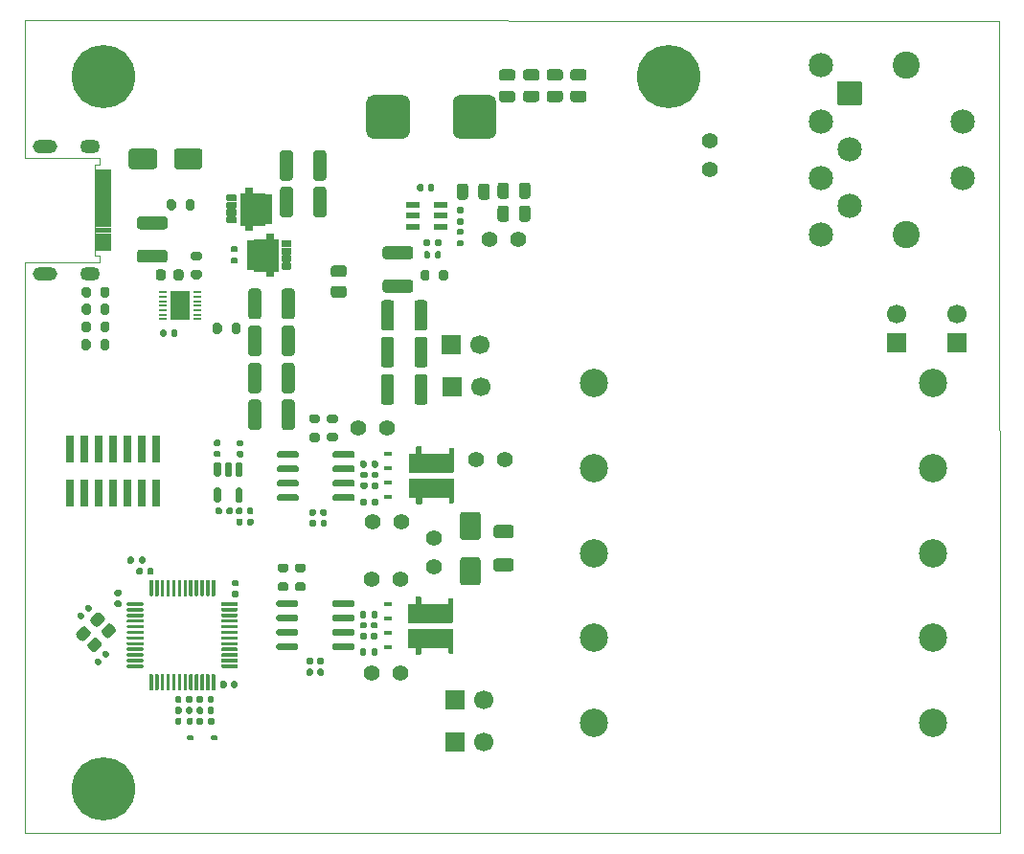
<source format=gts>
G04 #@! TF.GenerationSoftware,KiCad,Pcbnew,9.0.1+1*
G04 #@! TF.CreationDate,2025-12-16T10:27:43+00:00*
G04 #@! TF.ProjectId,c64psu,63363470-7375-42e6-9b69-6361645f7063,rev?*
G04 #@! TF.SameCoordinates,Original*
G04 #@! TF.FileFunction,Soldermask,Top*
G04 #@! TF.FilePolarity,Negative*
%FSLAX46Y46*%
G04 Gerber Fmt 4.6, Leading zero omitted, Abs format (unit mm)*
G04 Created by KiCad (PCBNEW 9.0.1+1) date 2025-12-16 10:27:43*
%MOMM*%
%LPD*%
G01*
G04 APERTURE LIST*
G04 #@! TA.AperFunction,Profile*
%ADD10C,0.050000*%
G04 #@! TD*
%ADD11C,0.010000*%
%ADD12C,2.500000*%
%ADD13C,1.400000*%
%ADD14R,0.800000X0.200000*%
%ADD15R,1.750000X2.650000*%
%ADD16C,3.600000*%
%ADD17C,5.600000*%
%ADD18R,1.700000X1.700000*%
%ADD19C,1.700000*%
%ADD20R,1.200000X0.600000*%
%ADD21R,1.100000X0.600000*%
%ADD22R,1.100000X0.300000*%
%ADD23O,1.754000X1.254000*%
%ADD24O,2.154000X1.254000*%
%ADD25R,0.711200X0.406400*%
%ADD26R,3.987800X1.727200*%
%ADD27R,0.740000X2.400000*%
%ADD28C,2.400000*%
%ADD29C,2.154000*%
G04 APERTURE END LIST*
D10*
X219224551Y-37033468D02*
X219250062Y-108900624D01*
X133100087Y-108875624D01*
X133075074Y-58400000D01*
X139675000Y-58400000D01*
X139675000Y-57800000D01*
X139250000Y-57800000D01*
X139250000Y-49750000D01*
X139700000Y-49750000D01*
X139700000Y-49150000D01*
X133075000Y-49150000D01*
X133075000Y-37008468D01*
X219224551Y-37033468D01*
D11*
X155010001Y-56349800D02*
X155410000Y-56349800D01*
X155410000Y-59149800D01*
X155010001Y-59149800D01*
X155010000Y-59599801D01*
X154410000Y-59599801D01*
X154409999Y-59149800D01*
X153310000Y-59149800D01*
X153310000Y-59034800D01*
X152760000Y-59034800D01*
X152760000Y-58414800D01*
X153310000Y-58414801D01*
X153310000Y-58384800D01*
X152760000Y-58384800D01*
X152760000Y-57764800D01*
X153310000Y-57764800D01*
X153310000Y-57734800D01*
X152760000Y-57734800D01*
X152760000Y-57114800D01*
X153310000Y-57114800D01*
X153310000Y-57084799D01*
X152760000Y-57084800D01*
X152760000Y-56464800D01*
X153310000Y-56464800D01*
X153310000Y-56349800D01*
X154409999Y-56349800D01*
X154410000Y-55899799D01*
X155010000Y-55899799D01*
X155010001Y-56349800D01*
G36*
X155010001Y-56349800D02*
G01*
X155410000Y-56349800D01*
X155410000Y-59149800D01*
X155010001Y-59149800D01*
X155010000Y-59599801D01*
X154410000Y-59599801D01*
X154409999Y-59149800D01*
X153310000Y-59149800D01*
X153310000Y-59034800D01*
X152760000Y-59034800D01*
X152760000Y-58414800D01*
X153310000Y-58414801D01*
X153310000Y-58384800D01*
X152760000Y-58384800D01*
X152760000Y-57764800D01*
X153310000Y-57764800D01*
X153310000Y-57734800D01*
X152760000Y-57734800D01*
X152760000Y-57114800D01*
X153310000Y-57114800D01*
X153310000Y-57084799D01*
X152760000Y-57084800D01*
X152760000Y-56464800D01*
X153310000Y-56464800D01*
X153310000Y-56349800D01*
X154409999Y-56349800D01*
X154410000Y-55899799D01*
X155010000Y-55899799D01*
X155010001Y-56349800D01*
G37*
X140600000Y-50925000D02*
X139400000Y-50925000D01*
X139400000Y-50225000D01*
X140600000Y-50225000D01*
X140600000Y-50925000D01*
G36*
X140600000Y-50925000D02*
G01*
X139400000Y-50925000D01*
X139400000Y-50225000D01*
X140600000Y-50225000D01*
X140600000Y-50925000D01*
G37*
X140600000Y-51725000D02*
X139400000Y-51725000D01*
X139400000Y-51025000D01*
X140600000Y-51025000D01*
X140600000Y-51725000D01*
G36*
X140600000Y-51725000D02*
G01*
X139400000Y-51725000D01*
X139400000Y-51025000D01*
X140600000Y-51025000D01*
X140600000Y-51725000D01*
G37*
X140600000Y-52224999D02*
X139399999Y-52225000D01*
X139400000Y-51825000D01*
X140600000Y-51825000D01*
X140600000Y-52224999D01*
G36*
X140600000Y-52224999D02*
G01*
X139399999Y-52225000D01*
X139400000Y-51825000D01*
X140600000Y-51825000D01*
X140600000Y-52224999D01*
G37*
X140600000Y-52725000D02*
X139400000Y-52725000D01*
X139400000Y-52325000D01*
X140600000Y-52325000D01*
X140600000Y-52725000D01*
G36*
X140600000Y-52725000D02*
G01*
X139400000Y-52725000D01*
X139400000Y-52325000D01*
X140600000Y-52325000D01*
X140600000Y-52725000D01*
G37*
X140600000Y-52825001D02*
X140600000Y-53225000D01*
X139400000Y-53225000D01*
X139399999Y-52825000D01*
X140600000Y-52825001D01*
G36*
X140600000Y-52825001D02*
G01*
X140600000Y-53225000D01*
X139400000Y-53225000D01*
X139399999Y-52825000D01*
X140600000Y-52825001D01*
G37*
X140600000Y-53725000D02*
X139400000Y-53725000D01*
X139400000Y-53325000D01*
X140600000Y-53325000D01*
X140600000Y-53725000D01*
G36*
X140600000Y-53725000D02*
G01*
X139400000Y-53725000D01*
X139400000Y-53325000D01*
X140600000Y-53325000D01*
X140600000Y-53725000D01*
G37*
X140600000Y-54225000D02*
X139400000Y-54225000D01*
X139400000Y-53825000D01*
X140600000Y-53825000D01*
X140600000Y-54225000D01*
G36*
X140600000Y-54225000D02*
G01*
X139400000Y-54225000D01*
X139400000Y-53825000D01*
X140600000Y-53825000D01*
X140600000Y-54225000D01*
G37*
X140600000Y-54724999D02*
X139399999Y-54725000D01*
X139400000Y-54325000D01*
X140600000Y-54325000D01*
X140600000Y-54724999D01*
G36*
X140600000Y-54724999D02*
G01*
X139399999Y-54725000D01*
X139400000Y-54325000D01*
X140600000Y-54325000D01*
X140600000Y-54724999D01*
G37*
X140600000Y-55225000D02*
X139400000Y-55225000D01*
X139400000Y-54825000D01*
X140600000Y-54825000D01*
X140600000Y-55225000D01*
G36*
X140600000Y-55225000D02*
G01*
X139400000Y-55225000D01*
X139400000Y-54825000D01*
X140600000Y-54825000D01*
X140600000Y-55225000D01*
G37*
X140600000Y-55325001D02*
X140600000Y-55725000D01*
X139400000Y-55725000D01*
X139399999Y-55325000D01*
X140600000Y-55325001D01*
G36*
X140600000Y-55325001D02*
G01*
X140600000Y-55725000D01*
X139400000Y-55725000D01*
X139399999Y-55325000D01*
X140600000Y-55325001D01*
G37*
X140600000Y-56525000D02*
X139400000Y-56525000D01*
X139400000Y-55825000D01*
X140600000Y-55825000D01*
X140600000Y-56525000D01*
G36*
X140600000Y-56525000D02*
G01*
X139400000Y-56525000D01*
X139400000Y-55825000D01*
X140600000Y-55825000D01*
X140600000Y-56525000D01*
G37*
X140600000Y-57325000D02*
X139400000Y-57325000D01*
X139400000Y-56625000D01*
X140600000Y-56625000D01*
X140600000Y-57325000D01*
G36*
X140600000Y-57325000D02*
G01*
X139400000Y-57325000D01*
X139400000Y-56625000D01*
X140600000Y-56625000D01*
X140600000Y-57325000D01*
G37*
X153165101Y-52272750D02*
X154265100Y-52272750D01*
X154265100Y-52387750D01*
X154815100Y-52387750D01*
X154815100Y-53007750D01*
X154265100Y-53007749D01*
X154265100Y-53037750D01*
X154815100Y-53037750D01*
X154815100Y-53657750D01*
X154265100Y-53657750D01*
X154265100Y-53687750D01*
X154815100Y-53687750D01*
X154815100Y-54307750D01*
X154265100Y-54307750D01*
X154265100Y-54337751D01*
X154815100Y-54337750D01*
X154815100Y-54957750D01*
X154265100Y-54957750D01*
X154265100Y-55072750D01*
X153165101Y-55072750D01*
X153165100Y-55522751D01*
X152565100Y-55522751D01*
X152565099Y-55072750D01*
X152165100Y-55072750D01*
X152165100Y-52272750D01*
X152565099Y-52272750D01*
X152565100Y-51822749D01*
X153165100Y-51822749D01*
X153165101Y-52272750D01*
G36*
X153165101Y-52272750D02*
G01*
X154265100Y-52272750D01*
X154265100Y-52387750D01*
X154815100Y-52387750D01*
X154815100Y-53007750D01*
X154265100Y-53007749D01*
X154265100Y-53037750D01*
X154815100Y-53037750D01*
X154815100Y-53657750D01*
X154265100Y-53657750D01*
X154265100Y-53687750D01*
X154815100Y-53687750D01*
X154815100Y-54307750D01*
X154265100Y-54307750D01*
X154265100Y-54337751D01*
X154815100Y-54337750D01*
X154815100Y-54957750D01*
X154265100Y-54957750D01*
X154265100Y-55072750D01*
X153165101Y-55072750D01*
X153165100Y-55522751D01*
X152565100Y-55522751D01*
X152565099Y-55072750D01*
X152165100Y-55072750D01*
X152165100Y-52272750D01*
X152565099Y-52272750D01*
X152565100Y-51822749D01*
X153165100Y-51822749D01*
X153165101Y-52272750D01*
G37*
D12*
X183370000Y-69110000D03*
X183370000Y-76610000D03*
X183370000Y-84110000D03*
X183370000Y-91610000D03*
X183370000Y-99110000D03*
X213370000Y-69110000D03*
X213370000Y-76610000D03*
X213370000Y-84110000D03*
X213370000Y-91610000D03*
X213370000Y-99110000D03*
G36*
G01*
X162745200Y-79788600D02*
X162745200Y-79418600D01*
G75*
G02*
X162880200Y-79283600I135000J0D01*
G01*
X163150200Y-79283600D01*
G75*
G02*
X163285200Y-79418600I0J-135000D01*
G01*
X163285200Y-79788600D01*
G75*
G02*
X163150200Y-79923600I-135000J0D01*
G01*
X162880200Y-79923600D01*
G75*
G02*
X162745200Y-79788600I0J135000D01*
G01*
G37*
G36*
G01*
X163765200Y-79788600D02*
X163765200Y-79418600D01*
G75*
G02*
X163900200Y-79283600I135000J0D01*
G01*
X164170200Y-79283600D01*
G75*
G02*
X164305200Y-79418600I0J-135000D01*
G01*
X164305200Y-79788600D01*
G75*
G02*
X164170200Y-79923600I-135000J0D01*
G01*
X163900200Y-79923600D01*
G75*
G02*
X163765200Y-79788600I0J135000D01*
G01*
G37*
G36*
G01*
X158266800Y-81653200D02*
X158266800Y-81313200D01*
G75*
G02*
X158406800Y-81173200I140000J0D01*
G01*
X158686800Y-81173200D01*
G75*
G02*
X158826800Y-81313200I0J-140000D01*
G01*
X158826800Y-81653200D01*
G75*
G02*
X158686800Y-81793200I-140000J0D01*
G01*
X158406800Y-81793200D01*
G75*
G02*
X158266800Y-81653200I0J140000D01*
G01*
G37*
G36*
G01*
X159226800Y-81653200D02*
X159226800Y-81313200D01*
G75*
G02*
X159366800Y-81173200I140000J0D01*
G01*
X159646800Y-81173200D01*
G75*
G02*
X159786800Y-81313200I0J-140000D01*
G01*
X159786800Y-81653200D01*
G75*
G02*
X159646800Y-81793200I-140000J0D01*
G01*
X159366800Y-81793200D01*
G75*
G02*
X159226800Y-81653200I0J140000D01*
G01*
G37*
G36*
G01*
X157990000Y-94810400D02*
X157990000Y-94470400D01*
G75*
G02*
X158130000Y-94330400I140000J0D01*
G01*
X158410000Y-94330400D01*
G75*
G02*
X158550000Y-94470400I0J-140000D01*
G01*
X158550000Y-94810400D01*
G75*
G02*
X158410000Y-94950400I-140000J0D01*
G01*
X158130000Y-94950400D01*
G75*
G02*
X157990000Y-94810400I0J140000D01*
G01*
G37*
G36*
G01*
X158950000Y-94810400D02*
X158950000Y-94470400D01*
G75*
G02*
X159090000Y-94330400I140000J0D01*
G01*
X159370000Y-94330400D01*
G75*
G02*
X159510000Y-94470400I0J-140000D01*
G01*
X159510000Y-94810400D01*
G75*
G02*
X159370000Y-94950400I-140000J0D01*
G01*
X159090000Y-94950400D01*
G75*
G02*
X158950000Y-94810400I0J140000D01*
G01*
G37*
G36*
G01*
X174876801Y-54577000D02*
X174876801Y-53627000D01*
G75*
G02*
X175126801Y-53377000I250000J0D01*
G01*
X175626801Y-53377000D01*
G75*
G02*
X175876801Y-53627000I0J-250000D01*
G01*
X175876801Y-54577000D01*
G75*
G02*
X175626801Y-54827000I-250000J0D01*
G01*
X175126801Y-54827000D01*
G75*
G02*
X174876801Y-54577000I0J250000D01*
G01*
G37*
G36*
G01*
X176776799Y-54577000D02*
X176776799Y-53627000D01*
G75*
G02*
X177026799Y-53377000I250000J0D01*
G01*
X177526799Y-53377000D01*
G75*
G02*
X177776799Y-53627000I0J-250000D01*
G01*
X177776799Y-54577000D01*
G75*
G02*
X177526799Y-54827000I-250000J0D01*
G01*
X177026799Y-54827000D01*
G75*
G02*
X176776799Y-54577000I0J250000D01*
G01*
G37*
G36*
G01*
X155350800Y-75562600D02*
X155350800Y-75262600D01*
G75*
G02*
X155500800Y-75112600I150000J0D01*
G01*
X157150800Y-75112600D01*
G75*
G02*
X157300800Y-75262600I0J-150000D01*
G01*
X157300800Y-75562600D01*
G75*
G02*
X157150800Y-75712600I-150000J0D01*
G01*
X155500800Y-75712600D01*
G75*
G02*
X155350800Y-75562600I0J150000D01*
G01*
G37*
G36*
G01*
X155350800Y-76832600D02*
X155350800Y-76532600D01*
G75*
G02*
X155500800Y-76382600I150000J0D01*
G01*
X157150800Y-76382600D01*
G75*
G02*
X157300800Y-76532600I0J-150000D01*
G01*
X157300800Y-76832600D01*
G75*
G02*
X157150800Y-76982600I-150000J0D01*
G01*
X155500800Y-76982600D01*
G75*
G02*
X155350800Y-76832600I0J150000D01*
G01*
G37*
G36*
G01*
X155350800Y-78102600D02*
X155350800Y-77802600D01*
G75*
G02*
X155500800Y-77652600I150000J0D01*
G01*
X157150800Y-77652600D01*
G75*
G02*
X157300800Y-77802600I0J-150000D01*
G01*
X157300800Y-78102600D01*
G75*
G02*
X157150800Y-78252600I-150000J0D01*
G01*
X155500800Y-78252600D01*
G75*
G02*
X155350800Y-78102600I0J150000D01*
G01*
G37*
G36*
G01*
X155350800Y-79372600D02*
X155350800Y-79072600D01*
G75*
G02*
X155500800Y-78922600I150000J0D01*
G01*
X157150800Y-78922600D01*
G75*
G02*
X157300800Y-79072600I0J-150000D01*
G01*
X157300800Y-79372600D01*
G75*
G02*
X157150800Y-79522600I-150000J0D01*
G01*
X155500800Y-79522600D01*
G75*
G02*
X155350800Y-79372600I0J150000D01*
G01*
G37*
G36*
G01*
X160300800Y-79372600D02*
X160300800Y-79072600D01*
G75*
G02*
X160450800Y-78922600I150000J0D01*
G01*
X162100800Y-78922600D01*
G75*
G02*
X162250800Y-79072600I0J-150000D01*
G01*
X162250800Y-79372600D01*
G75*
G02*
X162100800Y-79522600I-150000J0D01*
G01*
X160450800Y-79522600D01*
G75*
G02*
X160300800Y-79372600I0J150000D01*
G01*
G37*
G36*
G01*
X160300800Y-78102600D02*
X160300800Y-77802600D01*
G75*
G02*
X160450800Y-77652600I150000J0D01*
G01*
X162100800Y-77652600D01*
G75*
G02*
X162250800Y-77802600I0J-150000D01*
G01*
X162250800Y-78102600D01*
G75*
G02*
X162100800Y-78252600I-150000J0D01*
G01*
X160450800Y-78252600D01*
G75*
G02*
X160300800Y-78102600I0J150000D01*
G01*
G37*
G36*
G01*
X160300800Y-76832600D02*
X160300800Y-76532600D01*
G75*
G02*
X160450800Y-76382600I150000J0D01*
G01*
X162100800Y-76382600D01*
G75*
G02*
X162250800Y-76532600I0J-150000D01*
G01*
X162250800Y-76832600D01*
G75*
G02*
X162100800Y-76982600I-150000J0D01*
G01*
X160450800Y-76982600D01*
G75*
G02*
X160300800Y-76832600I0J150000D01*
G01*
G37*
G36*
G01*
X160300800Y-75562600D02*
X160300800Y-75262600D01*
G75*
G02*
X160450800Y-75112600I150000J0D01*
G01*
X162100800Y-75112600D01*
G75*
G02*
X162250800Y-75262600I0J-150000D01*
G01*
X162250800Y-75562600D01*
G75*
G02*
X162100800Y-75712600I-150000J0D01*
G01*
X160450800Y-75712600D01*
G75*
G02*
X160300800Y-75562600I0J150000D01*
G01*
G37*
G36*
G01*
X182491400Y-44223599D02*
X181541400Y-44223599D01*
G75*
G02*
X181291400Y-43973599I0J250000D01*
G01*
X181291400Y-43473599D01*
G75*
G02*
X181541400Y-43223599I250000J0D01*
G01*
X182491400Y-43223599D01*
G75*
G02*
X182741400Y-43473599I0J-250000D01*
G01*
X182741400Y-43973599D01*
G75*
G02*
X182491400Y-44223599I-250000J0D01*
G01*
G37*
G36*
G01*
X182491400Y-42323601D02*
X181541400Y-42323601D01*
G75*
G02*
X181291400Y-42073601I0J250000D01*
G01*
X181291400Y-41573601D01*
G75*
G02*
X181541400Y-41323601I250000J0D01*
G01*
X182491400Y-41323601D01*
G75*
G02*
X182741400Y-41573601I0J-250000D01*
G01*
X182741400Y-42073601D01*
G75*
G02*
X182491400Y-42323601I-250000J0D01*
G01*
G37*
D13*
X163748400Y-94691200D03*
X166288400Y-94691200D03*
G36*
G01*
X156939201Y-60977600D02*
X156939201Y-63177600D01*
G75*
G02*
X156689201Y-63427600I-250000J0D01*
G01*
X156039201Y-63427600D01*
G75*
G02*
X155789201Y-63177600I0J250000D01*
G01*
X155789201Y-60977600D01*
G75*
G02*
X156039201Y-60727600I250000J0D01*
G01*
X156689201Y-60727600D01*
G75*
G02*
X156939201Y-60977600I0J-250000D01*
G01*
G37*
G36*
G01*
X153989199Y-60977600D02*
X153989199Y-63177600D01*
G75*
G02*
X153739199Y-63427600I-250000J0D01*
G01*
X153089199Y-63427600D01*
G75*
G02*
X152839199Y-63177600I0J250000D01*
G01*
X152839199Y-60977600D01*
G75*
G02*
X153089199Y-60727600I250000J0D01*
G01*
X153739199Y-60727600D01*
G75*
G02*
X153989199Y-60977600I0J-250000D01*
G01*
G37*
X163799200Y-81330800D03*
X166339200Y-81330800D03*
G36*
G01*
X163187200Y-91742800D02*
X162847200Y-91742800D01*
G75*
G02*
X162707200Y-91602800I0J140000D01*
G01*
X162707200Y-91322800D01*
G75*
G02*
X162847200Y-91182800I140000J0D01*
G01*
X163187200Y-91182800D01*
G75*
G02*
X163327200Y-91322800I0J-140000D01*
G01*
X163327200Y-91602800D01*
G75*
G02*
X163187200Y-91742800I-140000J0D01*
G01*
G37*
G36*
G01*
X163187200Y-90782800D02*
X162847200Y-90782800D01*
G75*
G02*
X162707200Y-90642800I0J140000D01*
G01*
X162707200Y-90362800D01*
G75*
G02*
X162847200Y-90222800I140000J0D01*
G01*
X163187200Y-90222800D01*
G75*
G02*
X163327200Y-90362800I0J-140000D01*
G01*
X163327200Y-90642800D01*
G75*
G02*
X163187200Y-90782800I-140000J0D01*
G01*
G37*
G36*
G01*
X144665000Y-59766250D02*
X144665000Y-59253750D01*
G75*
G02*
X144883750Y-59035000I218750J0D01*
G01*
X145321250Y-59035000D01*
G75*
G02*
X145540000Y-59253750I0J-218750D01*
G01*
X145540000Y-59766250D01*
G75*
G02*
X145321250Y-59985000I-218750J0D01*
G01*
X144883750Y-59985000D01*
G75*
G02*
X144665000Y-59766250I0J218750D01*
G01*
G37*
G36*
G01*
X146240000Y-59766250D02*
X146240000Y-59253750D01*
G75*
G02*
X146458750Y-59035000I218750J0D01*
G01*
X146896250Y-59035000D01*
G75*
G02*
X147115000Y-59253750I0J-218750D01*
G01*
X147115000Y-59766250D01*
G75*
G02*
X146896250Y-59985000I-218750J0D01*
G01*
X146458750Y-59985000D01*
G75*
G02*
X146240000Y-59766250I0J218750D01*
G01*
G37*
G36*
G01*
X151454499Y-80227700D02*
X151454499Y-80567700D01*
G75*
G02*
X151314499Y-80707700I-140000J0D01*
G01*
X151034499Y-80707700D01*
G75*
G02*
X150894499Y-80567700I0J140000D01*
G01*
X150894499Y-80227700D01*
G75*
G02*
X151034499Y-80087700I140000J0D01*
G01*
X151314499Y-80087700D01*
G75*
G02*
X151454499Y-80227700I0J-140000D01*
G01*
G37*
G36*
G01*
X150494499Y-80227700D02*
X150494499Y-80567700D01*
G75*
G02*
X150354499Y-80707700I-140000J0D01*
G01*
X150074499Y-80707700D01*
G75*
G02*
X149934499Y-80567700I0J140000D01*
G01*
X149934499Y-80227700D01*
G75*
G02*
X150074499Y-80087700I140000J0D01*
G01*
X150354499Y-80087700D01*
G75*
G02*
X150494499Y-80227700I0J-140000D01*
G01*
G37*
D14*
X148317500Y-63436750D03*
X148317500Y-63036750D03*
X148317500Y-62636750D03*
X148317500Y-62236750D03*
X148317500Y-61836750D03*
X148317500Y-61436750D03*
X148317500Y-61036750D03*
X145317500Y-61036750D03*
X145317500Y-61436750D03*
X145317500Y-61836750D03*
X145317500Y-62236750D03*
X145317500Y-62636750D03*
X145317500Y-63036750D03*
X145317500Y-63436750D03*
D15*
X146817500Y-62236750D03*
G36*
G01*
X162694400Y-89745400D02*
X162694400Y-89375400D01*
G75*
G02*
X162829400Y-89240400I135000J0D01*
G01*
X163099400Y-89240400D01*
G75*
G02*
X163234400Y-89375400I0J-135000D01*
G01*
X163234400Y-89745400D01*
G75*
G02*
X163099400Y-89880400I-135000J0D01*
G01*
X162829400Y-89880400D01*
G75*
G02*
X162694400Y-89745400I0J135000D01*
G01*
G37*
G36*
G01*
X163714400Y-89745400D02*
X163714400Y-89375400D01*
G75*
G02*
X163849400Y-89240400I135000J0D01*
G01*
X164119400Y-89240400D01*
G75*
G02*
X164254400Y-89375400I0J-135000D01*
G01*
X164254400Y-89745400D01*
G75*
G02*
X164119400Y-89880400I-135000J0D01*
G01*
X163849400Y-89880400D01*
G75*
G02*
X163714400Y-89745400I0J135000D01*
G01*
G37*
G36*
G01*
X158974200Y-74287600D02*
X158424200Y-74287600D01*
G75*
G02*
X158224200Y-74087600I0J200000D01*
G01*
X158224200Y-73687600D01*
G75*
G02*
X158424200Y-73487600I200000J0D01*
G01*
X158974200Y-73487600D01*
G75*
G02*
X159174200Y-73687600I0J-200000D01*
G01*
X159174200Y-74087600D01*
G75*
G02*
X158974200Y-74287600I-200000J0D01*
G01*
G37*
G36*
G01*
X158974200Y-72637600D02*
X158424200Y-72637600D01*
G75*
G02*
X158224200Y-72437600I0J200000D01*
G01*
X158224200Y-72037600D01*
G75*
G02*
X158424200Y-71837600I200000J0D01*
G01*
X158974200Y-71837600D01*
G75*
G02*
X159174200Y-72037600I0J-200000D01*
G01*
X159174200Y-72437600D01*
G75*
G02*
X158974200Y-72637600I-200000J0D01*
G01*
G37*
D16*
X190000000Y-42000000D03*
D17*
X190000000Y-42000000D03*
G36*
G01*
X160549000Y-74275400D02*
X159999000Y-74275400D01*
G75*
G02*
X159799000Y-74075400I0J200000D01*
G01*
X159799000Y-73675400D01*
G75*
G02*
X159999000Y-73475400I200000J0D01*
G01*
X160549000Y-73475400D01*
G75*
G02*
X160749000Y-73675400I0J-200000D01*
G01*
X160749000Y-74075400D01*
G75*
G02*
X160549000Y-74275400I-200000J0D01*
G01*
G37*
G36*
G01*
X160549000Y-72625400D02*
X159999000Y-72625400D01*
G75*
G02*
X159799000Y-72425400I0J200000D01*
G01*
X159799000Y-72025400D01*
G75*
G02*
X159999000Y-71825400I200000J0D01*
G01*
X160549000Y-71825400D01*
G75*
G02*
X160749000Y-72025400I0J-200000D01*
G01*
X160749000Y-72425400D01*
G75*
G02*
X160549000Y-72625400I-200000J0D01*
G01*
G37*
G36*
G01*
X140577300Y-60763750D02*
X140577300Y-61313750D01*
G75*
G02*
X140377300Y-61513750I-200000J0D01*
G01*
X139977300Y-61513750D01*
G75*
G02*
X139777300Y-61313750I0J200000D01*
G01*
X139777300Y-60763750D01*
G75*
G02*
X139977300Y-60563750I200000J0D01*
G01*
X140377300Y-60563750D01*
G75*
G02*
X140577300Y-60763750I0J-200000D01*
G01*
G37*
G36*
G01*
X138927300Y-60763750D02*
X138927300Y-61313750D01*
G75*
G02*
X138727300Y-61513750I-200000J0D01*
G01*
X138327300Y-61513750D01*
G75*
G02*
X138127300Y-61313750I0J200000D01*
G01*
X138127300Y-60763750D01*
G75*
G02*
X138327300Y-60563750I200000J0D01*
G01*
X138727300Y-60563750D01*
G75*
G02*
X138927300Y-60763750I0J-200000D01*
G01*
G37*
G36*
G01*
X176192200Y-44238800D02*
X175242200Y-44238800D01*
G75*
G02*
X174992200Y-43988800I0J250000D01*
G01*
X174992200Y-43488800D01*
G75*
G02*
X175242200Y-43238800I250000J0D01*
G01*
X176192200Y-43238800D01*
G75*
G02*
X176442200Y-43488800I0J-250000D01*
G01*
X176442200Y-43988800D01*
G75*
G02*
X176192200Y-44238800I-250000J0D01*
G01*
G37*
G36*
G01*
X176192200Y-42338802D02*
X175242200Y-42338802D01*
G75*
G02*
X174992200Y-42088802I0J250000D01*
G01*
X174992200Y-41588802D01*
G75*
G02*
X175242200Y-41338802I250000J0D01*
G01*
X176192200Y-41338802D01*
G75*
G02*
X176442200Y-41588802I0J-250000D01*
G01*
X176442200Y-42088802D01*
G75*
G02*
X176192200Y-42338802I-250000J0D01*
G01*
G37*
G36*
G01*
X158244000Y-80688000D02*
X158244000Y-80348000D01*
G75*
G02*
X158384000Y-80208000I140000J0D01*
G01*
X158664000Y-80208000D01*
G75*
G02*
X158804000Y-80348000I0J-140000D01*
G01*
X158804000Y-80688000D01*
G75*
G02*
X158664000Y-80828000I-140000J0D01*
G01*
X158384000Y-80828000D01*
G75*
G02*
X158244000Y-80688000I0J140000D01*
G01*
G37*
G36*
G01*
X159204000Y-80688000D02*
X159204000Y-80348000D01*
G75*
G02*
X159344000Y-80208000I140000J0D01*
G01*
X159624000Y-80208000D01*
G75*
G02*
X159764000Y-80348000I0J-140000D01*
G01*
X159764000Y-80688000D01*
G75*
G02*
X159624000Y-80828000I-140000J0D01*
G01*
X159344000Y-80828000D01*
G75*
G02*
X159204000Y-80688000I0J140000D01*
G01*
G37*
G36*
G01*
X151410100Y-56958750D02*
X151780100Y-56958750D01*
G75*
G02*
X151915100Y-57093750I0J-135000D01*
G01*
X151915100Y-57363750D01*
G75*
G02*
X151780100Y-57498750I-135000J0D01*
G01*
X151410100Y-57498750D01*
G75*
G02*
X151275100Y-57363750I0J135000D01*
G01*
X151275100Y-57093750D01*
G75*
G02*
X151410100Y-56958750I135000J0D01*
G01*
G37*
G36*
G01*
X151410100Y-57978748D02*
X151780100Y-57978748D01*
G75*
G02*
X151915100Y-58113748I0J-135000D01*
G01*
X151915100Y-58383748D01*
G75*
G02*
X151780100Y-58518748I-135000J0D01*
G01*
X151410100Y-58518748D01*
G75*
G02*
X151275100Y-58383748I0J135000D01*
G01*
X151275100Y-58113748D01*
G75*
G02*
X151410100Y-57978748I135000J0D01*
G01*
G37*
G36*
G01*
X157704200Y-87483400D02*
X157154200Y-87483400D01*
G75*
G02*
X156954200Y-87283400I0J200000D01*
G01*
X156954200Y-86883400D01*
G75*
G02*
X157154200Y-86683400I200000J0D01*
G01*
X157704200Y-86683400D01*
G75*
G02*
X157904200Y-86883400I0J-200000D01*
G01*
X157904200Y-87283400D01*
G75*
G02*
X157704200Y-87483400I-200000J0D01*
G01*
G37*
G36*
G01*
X157704200Y-85833400D02*
X157154200Y-85833400D01*
G75*
G02*
X156954200Y-85633400I0J200000D01*
G01*
X156954200Y-85233400D01*
G75*
G02*
X157154200Y-85033400I200000J0D01*
G01*
X157704200Y-85033400D01*
G75*
G02*
X157904200Y-85233400I0J-200000D01*
G01*
X157904200Y-85633400D01*
G75*
G02*
X157704200Y-85833400I-200000J0D01*
G01*
G37*
G36*
G01*
X168674001Y-61993600D02*
X168674001Y-64193600D01*
G75*
G02*
X168424001Y-64443600I-250000J0D01*
G01*
X167774001Y-64443600D01*
G75*
G02*
X167524001Y-64193600I0J250000D01*
G01*
X167524001Y-61993600D01*
G75*
G02*
X167774001Y-61743600I250000J0D01*
G01*
X168424001Y-61743600D01*
G75*
G02*
X168674001Y-61993600I0J-250000D01*
G01*
G37*
G36*
G01*
X165723999Y-61993600D02*
X165723999Y-64193600D01*
G75*
G02*
X165473999Y-64443600I-250000J0D01*
G01*
X164823999Y-64443600D01*
G75*
G02*
X164573999Y-64193600I0J250000D01*
G01*
X164573999Y-61993600D01*
G75*
G02*
X164823999Y-61743600I250000J0D01*
G01*
X165473999Y-61743600D01*
G75*
G02*
X165723999Y-61993600I0J-250000D01*
G01*
G37*
G36*
G01*
X148282200Y-98197000D02*
X148282200Y-97857000D01*
G75*
G02*
X148422200Y-97717000I140000J0D01*
G01*
X148702200Y-97717000D01*
G75*
G02*
X148842200Y-97857000I0J-140000D01*
G01*
X148842200Y-98197000D01*
G75*
G02*
X148702200Y-98337000I-140000J0D01*
G01*
X148422200Y-98337000D01*
G75*
G02*
X148282200Y-98197000I0J140000D01*
G01*
G37*
G36*
G01*
X149242200Y-98197000D02*
X149242200Y-97857000D01*
G75*
G02*
X149382200Y-97717000I140000J0D01*
G01*
X149662200Y-97717000D01*
G75*
G02*
X149802200Y-97857000I0J-140000D01*
G01*
X149802200Y-98197000D01*
G75*
G02*
X149662200Y-98337000I-140000J0D01*
G01*
X149382200Y-98337000D01*
G75*
G02*
X149242200Y-98197000I0J140000D01*
G01*
G37*
G36*
G01*
X163812400Y-90222800D02*
X164152400Y-90222800D01*
G75*
G02*
X164292400Y-90362800I0J-140000D01*
G01*
X164292400Y-90642800D01*
G75*
G02*
X164152400Y-90782800I-140000J0D01*
G01*
X163812400Y-90782800D01*
G75*
G02*
X163672400Y-90642800I0J140000D01*
G01*
X163672400Y-90362800D01*
G75*
G02*
X163812400Y-90222800I140000J0D01*
G01*
G37*
G36*
G01*
X163812400Y-91182800D02*
X164152400Y-91182800D01*
G75*
G02*
X164292400Y-91322800I0J-140000D01*
G01*
X164292400Y-91602800D01*
G75*
G02*
X164152400Y-91742800I-140000J0D01*
G01*
X163812400Y-91742800D01*
G75*
G02*
X163672400Y-91602800I0J140000D01*
G01*
X163672400Y-91322800D01*
G75*
G02*
X163812400Y-91182800I140000J0D01*
G01*
G37*
G36*
G01*
X171374500Y-53504350D02*
X171744500Y-53504350D01*
G75*
G02*
X171879500Y-53639350I0J-135000D01*
G01*
X171879500Y-53909350D01*
G75*
G02*
X171744500Y-54044350I-135000J0D01*
G01*
X171374500Y-54044350D01*
G75*
G02*
X171239500Y-53909350I0J135000D01*
G01*
X171239500Y-53639350D01*
G75*
G02*
X171374500Y-53504350I135000J0D01*
G01*
G37*
G36*
G01*
X171374500Y-54524348D02*
X171744500Y-54524348D01*
G75*
G02*
X171879500Y-54659348I0J-135000D01*
G01*
X171879500Y-54929348D01*
G75*
G02*
X171744500Y-55064348I-135000J0D01*
G01*
X171374500Y-55064348D01*
G75*
G02*
X171239500Y-54929348I0J135000D01*
G01*
X171239500Y-54659348D01*
G75*
G02*
X171374500Y-54524348I135000J0D01*
G01*
G37*
G36*
G01*
X137957007Y-89997809D02*
X137716591Y-89757393D01*
G75*
G02*
X137716591Y-89559403I98995J98995D01*
G01*
X137914581Y-89361413D01*
G75*
G02*
X138112571Y-89361413I98995J-98995D01*
G01*
X138352987Y-89601829D01*
G75*
G02*
X138352987Y-89799819I-98995J-98995D01*
G01*
X138154997Y-89997809D01*
G75*
G02*
X137957007Y-89997809I-98995J98995D01*
G01*
G37*
G36*
G01*
X138635829Y-89318987D02*
X138395413Y-89078571D01*
G75*
G02*
X138395413Y-88880581I98995J98995D01*
G01*
X138593403Y-88682591D01*
G75*
G02*
X138791393Y-88682591I98995J-98995D01*
G01*
X139031809Y-88923007D01*
G75*
G02*
X139031809Y-89120997I-98995J-98995D01*
G01*
X138833819Y-89318987D01*
G75*
G02*
X138635829Y-89318987I-98995J98995D01*
G01*
G37*
D18*
X170784600Y-65684400D03*
D19*
X173324600Y-65684400D03*
G36*
G01*
X145645700Y-53592150D02*
X145645700Y-53042150D01*
G75*
G02*
X145845700Y-52842150I200000J0D01*
G01*
X146245700Y-52842150D01*
G75*
G02*
X146445700Y-53042150I0J-200000D01*
G01*
X146445700Y-53592150D01*
G75*
G02*
X146245700Y-53792150I-200000J0D01*
G01*
X145845700Y-53792150D01*
G75*
G02*
X145645700Y-53592150I0J200000D01*
G01*
G37*
G36*
G01*
X147295700Y-53592150D02*
X147295700Y-53042150D01*
G75*
G02*
X147495700Y-52842150I200000J0D01*
G01*
X147895700Y-52842150D01*
G75*
G02*
X148095700Y-53042150I0J-200000D01*
G01*
X148095700Y-53592150D01*
G75*
G02*
X147895700Y-53792150I-200000J0D01*
G01*
X147495700Y-53792150D01*
G75*
G02*
X147295700Y-53592150I0J200000D01*
G01*
G37*
D18*
X171140200Y-100787200D03*
D19*
X173680200Y-100787200D03*
G36*
G01*
X171374500Y-55432751D02*
X171744500Y-55432751D01*
G75*
G02*
X171879500Y-55567751I0J-135000D01*
G01*
X171879500Y-55837751D01*
G75*
G02*
X171744500Y-55972751I-135000J0D01*
G01*
X171374500Y-55972751D01*
G75*
G02*
X171239500Y-55837751I0J135000D01*
G01*
X171239500Y-55567751D01*
G75*
G02*
X171374500Y-55432751I135000J0D01*
G01*
G37*
G36*
G01*
X171374500Y-56452749D02*
X171744500Y-56452749D01*
G75*
G02*
X171879500Y-56587749I0J-135000D01*
G01*
X171879500Y-56857749D01*
G75*
G02*
X171744500Y-56992749I-135000J0D01*
G01*
X171374500Y-56992749D01*
G75*
G02*
X171239500Y-56857749I0J135000D01*
G01*
X171239500Y-56587749D01*
G75*
G02*
X171374500Y-56452749I135000J0D01*
G01*
G37*
G36*
G01*
X140569400Y-63834600D02*
X140569400Y-64384600D01*
G75*
G02*
X140369400Y-64584600I-200000J0D01*
G01*
X139969400Y-64584600D01*
G75*
G02*
X139769400Y-64384600I0J200000D01*
G01*
X139769400Y-63834600D01*
G75*
G02*
X139969400Y-63634600I200000J0D01*
G01*
X140369400Y-63634600D01*
G75*
G02*
X140569400Y-63834600I0J-200000D01*
G01*
G37*
G36*
G01*
X138919400Y-63834600D02*
X138919400Y-64384600D01*
G75*
G02*
X138719400Y-64584600I-200000J0D01*
G01*
X138319400Y-64584600D01*
G75*
G02*
X138119400Y-64384600I0J200000D01*
G01*
X138119400Y-63834600D01*
G75*
G02*
X138319400Y-63634600I200000J0D01*
G01*
X138719400Y-63634600D01*
G75*
G02*
X138919400Y-63834600I0J-200000D01*
G01*
G37*
G36*
G01*
X142281098Y-49903150D02*
X142281098Y-48603150D01*
G75*
G02*
X142531098Y-48353150I250000J0D01*
G01*
X144531098Y-48353150D01*
G75*
G02*
X144781098Y-48603150I0J-250000D01*
G01*
X144781098Y-49903150D01*
G75*
G02*
X144531098Y-50153150I-250000J0D01*
G01*
X142531098Y-50153150D01*
G75*
G02*
X142281098Y-49903150I0J250000D01*
G01*
G37*
G36*
G01*
X146281100Y-49903150D02*
X146281100Y-48603150D01*
G75*
G02*
X146531100Y-48353150I250000J0D01*
G01*
X148531100Y-48353150D01*
G75*
G02*
X148781100Y-48603150I0J-250000D01*
G01*
X148781100Y-49903150D01*
G75*
G02*
X148531100Y-50153150I-250000J0D01*
G01*
X146531100Y-50153150D01*
G75*
G02*
X146281100Y-49903150I0J250000D01*
G01*
G37*
G36*
G01*
X150254899Y-75620500D02*
X149914899Y-75620500D01*
G75*
G02*
X149774899Y-75480500I0J140000D01*
G01*
X149774899Y-75200500D01*
G75*
G02*
X149914899Y-75060500I140000J0D01*
G01*
X150254899Y-75060500D01*
G75*
G02*
X150394899Y-75200500I0J-140000D01*
G01*
X150394899Y-75480500D01*
G75*
G02*
X150254899Y-75620500I-140000J0D01*
G01*
G37*
G36*
G01*
X150254899Y-74660500D02*
X149914899Y-74660500D01*
G75*
G02*
X149774899Y-74520500I0J140000D01*
G01*
X149774899Y-74240500D01*
G75*
G02*
X149914899Y-74100500I140000J0D01*
G01*
X150254899Y-74100500D01*
G75*
G02*
X150394899Y-74240500I0J-140000D01*
G01*
X150394899Y-74520500D01*
G75*
G02*
X150254899Y-74660500I-140000J0D01*
G01*
G37*
G36*
G01*
X156662000Y-58514800D02*
X156662000Y-58934800D01*
G75*
G02*
X156560000Y-59036800I-102000J0D01*
G01*
X155860000Y-59036800D01*
G75*
G02*
X155758000Y-58934800I0J102000D01*
G01*
X155758000Y-58514800D01*
G75*
G02*
X155860000Y-58412800I102000J0D01*
G01*
X156560000Y-58412800D01*
G75*
G02*
X156662000Y-58514800I0J-102000D01*
G01*
G37*
G36*
G01*
X156662000Y-57864800D02*
X156662000Y-58284800D01*
G75*
G02*
X156560000Y-58386800I-102000J0D01*
G01*
X155860000Y-58386800D01*
G75*
G02*
X155758000Y-58284800I0J102000D01*
G01*
X155758000Y-57864800D01*
G75*
G02*
X155860000Y-57762800I102000J0D01*
G01*
X156560000Y-57762800D01*
G75*
G02*
X156662000Y-57864800I0J-102000D01*
G01*
G37*
G36*
G01*
X156662000Y-57214800D02*
X156662000Y-57634800D01*
G75*
G02*
X156560000Y-57736800I-102000J0D01*
G01*
X155860000Y-57736800D01*
G75*
G02*
X155758000Y-57634800I0J102000D01*
G01*
X155758000Y-57214800D01*
G75*
G02*
X155860000Y-57112800I102000J0D01*
G01*
X156560000Y-57112800D01*
G75*
G02*
X156662000Y-57214800I0J-102000D01*
G01*
G37*
G36*
G01*
X156662000Y-56564800D02*
X156662000Y-56984800D01*
G75*
G02*
X156560000Y-57086800I-102000J0D01*
G01*
X155860000Y-57086800D01*
G75*
G02*
X155758000Y-56984800I0J102000D01*
G01*
X155758000Y-56564800D01*
G75*
G02*
X155860000Y-56462800I102000J0D01*
G01*
X156560000Y-56462800D01*
G75*
G02*
X156662000Y-56564800I0J-102000D01*
G01*
G37*
D18*
X170835400Y-69392800D03*
D19*
X173375400Y-69392800D03*
G36*
G01*
X174177899Y-51673750D02*
X174177899Y-52623750D01*
G75*
G02*
X173927899Y-52873750I-250000J0D01*
G01*
X173427899Y-52873750D01*
G75*
G02*
X173177899Y-52623750I0J250000D01*
G01*
X173177899Y-51673750D01*
G75*
G02*
X173427899Y-51423750I250000J0D01*
G01*
X173927899Y-51423750D01*
G75*
G02*
X174177899Y-51673750I0J-250000D01*
G01*
G37*
G36*
G01*
X172277901Y-51673750D02*
X172277901Y-52623750D01*
G75*
G02*
X172027901Y-52873750I-250000J0D01*
G01*
X171527901Y-52873750D01*
G75*
G02*
X171277901Y-52623750I0J250000D01*
G01*
X171277901Y-51673750D01*
G75*
G02*
X171527901Y-51423750I250000J0D01*
G01*
X172027901Y-51423750D01*
G75*
G02*
X172277901Y-51673750I0J-250000D01*
G01*
G37*
D13*
X172994001Y-75844400D03*
X175534001Y-75844400D03*
X165079999Y-73050400D03*
X162539999Y-73050400D03*
G36*
G01*
X152286899Y-75643300D02*
X151946899Y-75643300D01*
G75*
G02*
X151806899Y-75503300I0J140000D01*
G01*
X151806899Y-75223300D01*
G75*
G02*
X151946899Y-75083300I140000J0D01*
G01*
X152286899Y-75083300D01*
G75*
G02*
X152426899Y-75223300I0J-140000D01*
G01*
X152426899Y-75503300D01*
G75*
G02*
X152286899Y-75643300I-140000J0D01*
G01*
G37*
G36*
G01*
X152286899Y-74683300D02*
X151946899Y-74683300D01*
G75*
G02*
X151806899Y-74543300I0J140000D01*
G01*
X151806899Y-74263300D01*
G75*
G02*
X151946899Y-74123300I140000J0D01*
G01*
X152286899Y-74123300D01*
G75*
G02*
X152426899Y-74263300I0J-140000D01*
G01*
X152426899Y-74543300D01*
G75*
G02*
X152286899Y-74683300I-140000J0D01*
G01*
G37*
G36*
G01*
X147899800Y-97857000D02*
X147899800Y-98197000D01*
G75*
G02*
X147759800Y-98337000I-140000J0D01*
G01*
X147479800Y-98337000D01*
G75*
G02*
X147339800Y-98197000I0J140000D01*
G01*
X147339800Y-97857000D01*
G75*
G02*
X147479800Y-97717000I140000J0D01*
G01*
X147759800Y-97717000D01*
G75*
G02*
X147899800Y-97857000I0J-140000D01*
G01*
G37*
G36*
G01*
X146939800Y-97857000D02*
X146939800Y-98197000D01*
G75*
G02*
X146799800Y-98337000I-140000J0D01*
G01*
X146519800Y-98337000D01*
G75*
G02*
X146379800Y-98197000I0J140000D01*
G01*
X146379800Y-97857000D01*
G75*
G02*
X146519800Y-97717000I140000J0D01*
G01*
X146799800Y-97717000D01*
G75*
G02*
X146939800Y-97857000I0J-140000D01*
G01*
G37*
G36*
G01*
X149822199Y-98807200D02*
X149822199Y-99177200D01*
G75*
G02*
X149687199Y-99312200I-135000J0D01*
G01*
X149417199Y-99312200D01*
G75*
G02*
X149282199Y-99177200I0J135000D01*
G01*
X149282199Y-98807200D01*
G75*
G02*
X149417199Y-98672200I135000J0D01*
G01*
X149687199Y-98672200D01*
G75*
G02*
X149822199Y-98807200I0J-135000D01*
G01*
G37*
G36*
G01*
X148802201Y-98807200D02*
X148802201Y-99177200D01*
G75*
G02*
X148667201Y-99312200I-135000J0D01*
G01*
X148397201Y-99312200D01*
G75*
G02*
X148262201Y-99177200I0J135000D01*
G01*
X148262201Y-98807200D01*
G75*
G02*
X148397201Y-98672200I135000J0D01*
G01*
X148667201Y-98672200D01*
G75*
G02*
X148802201Y-98807200I0J-135000D01*
G01*
G37*
G36*
G01*
X160382800Y-58671400D02*
X161282800Y-58671400D01*
G75*
G02*
X161532800Y-58921400I0J-250000D01*
G01*
X161532800Y-59446400D01*
G75*
G02*
X161282800Y-59696400I-250000J0D01*
G01*
X160382800Y-59696400D01*
G75*
G02*
X160132800Y-59446400I0J250000D01*
G01*
X160132800Y-58921400D01*
G75*
G02*
X160382800Y-58671400I250000J0D01*
G01*
G37*
G36*
G01*
X160382800Y-60496400D02*
X161282800Y-60496400D01*
G75*
G02*
X161532800Y-60746400I0J-250000D01*
G01*
X161532800Y-61271400D01*
G75*
G02*
X161282800Y-61521400I-250000J0D01*
G01*
X160382800Y-61521400D01*
G75*
G02*
X160132800Y-61271400I0J250000D01*
G01*
X160132800Y-60746400D01*
G75*
G02*
X160382800Y-60496400I250000J0D01*
G01*
G37*
X169214800Y-85344000D03*
X169214800Y-82804000D03*
G36*
G01*
X142110200Y-88697200D02*
X142110200Y-88547200D01*
G75*
G02*
X142185200Y-88472200I75000J0D01*
G01*
X143510200Y-88472200D01*
G75*
G02*
X143585200Y-88547200I0J-75000D01*
G01*
X143585200Y-88697200D01*
G75*
G02*
X143510200Y-88772200I-75000J0D01*
G01*
X142185200Y-88772200D01*
G75*
G02*
X142110200Y-88697200I0J75000D01*
G01*
G37*
G36*
G01*
X142110200Y-89197200D02*
X142110200Y-89047200D01*
G75*
G02*
X142185200Y-88972200I75000J0D01*
G01*
X143510200Y-88972200D01*
G75*
G02*
X143585200Y-89047200I0J-75000D01*
G01*
X143585200Y-89197200D01*
G75*
G02*
X143510200Y-89272200I-75000J0D01*
G01*
X142185200Y-89272200D01*
G75*
G02*
X142110200Y-89197200I0J75000D01*
G01*
G37*
G36*
G01*
X142110200Y-89697200D02*
X142110200Y-89547200D01*
G75*
G02*
X142185200Y-89472200I75000J0D01*
G01*
X143510200Y-89472200D01*
G75*
G02*
X143585200Y-89547200I0J-75000D01*
G01*
X143585200Y-89697200D01*
G75*
G02*
X143510200Y-89772200I-75000J0D01*
G01*
X142185200Y-89772200D01*
G75*
G02*
X142110200Y-89697200I0J75000D01*
G01*
G37*
G36*
G01*
X142110200Y-90197200D02*
X142110200Y-90047200D01*
G75*
G02*
X142185200Y-89972200I75000J0D01*
G01*
X143510200Y-89972200D01*
G75*
G02*
X143585200Y-90047200I0J-75000D01*
G01*
X143585200Y-90197200D01*
G75*
G02*
X143510200Y-90272200I-75000J0D01*
G01*
X142185200Y-90272200D01*
G75*
G02*
X142110200Y-90197200I0J75000D01*
G01*
G37*
G36*
G01*
X142110200Y-90697200D02*
X142110200Y-90547200D01*
G75*
G02*
X142185200Y-90472200I75000J0D01*
G01*
X143510200Y-90472200D01*
G75*
G02*
X143585200Y-90547200I0J-75000D01*
G01*
X143585200Y-90697200D01*
G75*
G02*
X143510200Y-90772200I-75000J0D01*
G01*
X142185200Y-90772200D01*
G75*
G02*
X142110200Y-90697200I0J75000D01*
G01*
G37*
G36*
G01*
X142110200Y-91197200D02*
X142110200Y-91047200D01*
G75*
G02*
X142185200Y-90972200I75000J0D01*
G01*
X143510200Y-90972200D01*
G75*
G02*
X143585200Y-91047200I0J-75000D01*
G01*
X143585200Y-91197200D01*
G75*
G02*
X143510200Y-91272200I-75000J0D01*
G01*
X142185200Y-91272200D01*
G75*
G02*
X142110200Y-91197200I0J75000D01*
G01*
G37*
G36*
G01*
X142110200Y-91697200D02*
X142110200Y-91547200D01*
G75*
G02*
X142185200Y-91472200I75000J0D01*
G01*
X143510200Y-91472200D01*
G75*
G02*
X143585200Y-91547200I0J-75000D01*
G01*
X143585200Y-91697200D01*
G75*
G02*
X143510200Y-91772200I-75000J0D01*
G01*
X142185200Y-91772200D01*
G75*
G02*
X142110200Y-91697200I0J75000D01*
G01*
G37*
G36*
G01*
X142110200Y-92197200D02*
X142110200Y-92047200D01*
G75*
G02*
X142185200Y-91972200I75000J0D01*
G01*
X143510200Y-91972200D01*
G75*
G02*
X143585200Y-92047200I0J-75000D01*
G01*
X143585200Y-92197200D01*
G75*
G02*
X143510200Y-92272200I-75000J0D01*
G01*
X142185200Y-92272200D01*
G75*
G02*
X142110200Y-92197200I0J75000D01*
G01*
G37*
G36*
G01*
X142110200Y-92697200D02*
X142110200Y-92547200D01*
G75*
G02*
X142185200Y-92472200I75000J0D01*
G01*
X143510200Y-92472200D01*
G75*
G02*
X143585200Y-92547200I0J-75000D01*
G01*
X143585200Y-92697200D01*
G75*
G02*
X143510200Y-92772200I-75000J0D01*
G01*
X142185200Y-92772200D01*
G75*
G02*
X142110200Y-92697200I0J75000D01*
G01*
G37*
G36*
G01*
X142110200Y-93197200D02*
X142110200Y-93047200D01*
G75*
G02*
X142185200Y-92972200I75000J0D01*
G01*
X143510200Y-92972200D01*
G75*
G02*
X143585200Y-93047200I0J-75000D01*
G01*
X143585200Y-93197200D01*
G75*
G02*
X143510200Y-93272200I-75000J0D01*
G01*
X142185200Y-93272200D01*
G75*
G02*
X142110200Y-93197200I0J75000D01*
G01*
G37*
G36*
G01*
X142110200Y-93697200D02*
X142110200Y-93547200D01*
G75*
G02*
X142185200Y-93472200I75000J0D01*
G01*
X143510200Y-93472200D01*
G75*
G02*
X143585200Y-93547200I0J-75000D01*
G01*
X143585200Y-93697200D01*
G75*
G02*
X143510200Y-93772200I-75000J0D01*
G01*
X142185200Y-93772200D01*
G75*
G02*
X142110200Y-93697200I0J75000D01*
G01*
G37*
G36*
G01*
X142110200Y-94197200D02*
X142110200Y-94047200D01*
G75*
G02*
X142185200Y-93972200I75000J0D01*
G01*
X143510200Y-93972200D01*
G75*
G02*
X143585200Y-94047200I0J-75000D01*
G01*
X143585200Y-94197200D01*
G75*
G02*
X143510200Y-94272200I-75000J0D01*
G01*
X142185200Y-94272200D01*
G75*
G02*
X142110200Y-94197200I0J75000D01*
G01*
G37*
G36*
G01*
X144110200Y-96197200D02*
X144110200Y-94872200D01*
G75*
G02*
X144185200Y-94797200I75000J0D01*
G01*
X144335200Y-94797200D01*
G75*
G02*
X144410200Y-94872200I0J-75000D01*
G01*
X144410200Y-96197200D01*
G75*
G02*
X144335200Y-96272200I-75000J0D01*
G01*
X144185200Y-96272200D01*
G75*
G02*
X144110200Y-96197200I0J75000D01*
G01*
G37*
G36*
G01*
X144610200Y-96197200D02*
X144610200Y-94872200D01*
G75*
G02*
X144685200Y-94797200I75000J0D01*
G01*
X144835200Y-94797200D01*
G75*
G02*
X144910200Y-94872200I0J-75000D01*
G01*
X144910200Y-96197200D01*
G75*
G02*
X144835200Y-96272200I-75000J0D01*
G01*
X144685200Y-96272200D01*
G75*
G02*
X144610200Y-96197200I0J75000D01*
G01*
G37*
G36*
G01*
X145110200Y-96197200D02*
X145110200Y-94872200D01*
G75*
G02*
X145185200Y-94797200I75000J0D01*
G01*
X145335200Y-94797200D01*
G75*
G02*
X145410200Y-94872200I0J-75000D01*
G01*
X145410200Y-96197200D01*
G75*
G02*
X145335200Y-96272200I-75000J0D01*
G01*
X145185200Y-96272200D01*
G75*
G02*
X145110200Y-96197200I0J75000D01*
G01*
G37*
G36*
G01*
X145610200Y-96197200D02*
X145610200Y-94872200D01*
G75*
G02*
X145685200Y-94797200I75000J0D01*
G01*
X145835200Y-94797200D01*
G75*
G02*
X145910200Y-94872200I0J-75000D01*
G01*
X145910200Y-96197200D01*
G75*
G02*
X145835200Y-96272200I-75000J0D01*
G01*
X145685200Y-96272200D01*
G75*
G02*
X145610200Y-96197200I0J75000D01*
G01*
G37*
G36*
G01*
X146110200Y-96197200D02*
X146110200Y-94872200D01*
G75*
G02*
X146185200Y-94797200I75000J0D01*
G01*
X146335200Y-94797200D01*
G75*
G02*
X146410200Y-94872200I0J-75000D01*
G01*
X146410200Y-96197200D01*
G75*
G02*
X146335200Y-96272200I-75000J0D01*
G01*
X146185200Y-96272200D01*
G75*
G02*
X146110200Y-96197200I0J75000D01*
G01*
G37*
G36*
G01*
X146610200Y-96197200D02*
X146610200Y-94872200D01*
G75*
G02*
X146685200Y-94797200I75000J0D01*
G01*
X146835200Y-94797200D01*
G75*
G02*
X146910200Y-94872200I0J-75000D01*
G01*
X146910200Y-96197200D01*
G75*
G02*
X146835200Y-96272200I-75000J0D01*
G01*
X146685200Y-96272200D01*
G75*
G02*
X146610200Y-96197200I0J75000D01*
G01*
G37*
G36*
G01*
X147110200Y-96197200D02*
X147110200Y-94872200D01*
G75*
G02*
X147185200Y-94797200I75000J0D01*
G01*
X147335200Y-94797200D01*
G75*
G02*
X147410200Y-94872200I0J-75000D01*
G01*
X147410200Y-96197200D01*
G75*
G02*
X147335200Y-96272200I-75000J0D01*
G01*
X147185200Y-96272200D01*
G75*
G02*
X147110200Y-96197200I0J75000D01*
G01*
G37*
G36*
G01*
X147610200Y-96197200D02*
X147610200Y-94872200D01*
G75*
G02*
X147685200Y-94797200I75000J0D01*
G01*
X147835200Y-94797200D01*
G75*
G02*
X147910200Y-94872200I0J-75000D01*
G01*
X147910200Y-96197200D01*
G75*
G02*
X147835200Y-96272200I-75000J0D01*
G01*
X147685200Y-96272200D01*
G75*
G02*
X147610200Y-96197200I0J75000D01*
G01*
G37*
G36*
G01*
X148110200Y-96197200D02*
X148110200Y-94872200D01*
G75*
G02*
X148185200Y-94797200I75000J0D01*
G01*
X148335200Y-94797200D01*
G75*
G02*
X148410200Y-94872200I0J-75000D01*
G01*
X148410200Y-96197200D01*
G75*
G02*
X148335200Y-96272200I-75000J0D01*
G01*
X148185200Y-96272200D01*
G75*
G02*
X148110200Y-96197200I0J75000D01*
G01*
G37*
G36*
G01*
X148610200Y-96197200D02*
X148610200Y-94872200D01*
G75*
G02*
X148685200Y-94797200I75000J0D01*
G01*
X148835200Y-94797200D01*
G75*
G02*
X148910200Y-94872200I0J-75000D01*
G01*
X148910200Y-96197200D01*
G75*
G02*
X148835200Y-96272200I-75000J0D01*
G01*
X148685200Y-96272200D01*
G75*
G02*
X148610200Y-96197200I0J75000D01*
G01*
G37*
G36*
G01*
X149110200Y-96197200D02*
X149110200Y-94872200D01*
G75*
G02*
X149185200Y-94797200I75000J0D01*
G01*
X149335200Y-94797200D01*
G75*
G02*
X149410200Y-94872200I0J-75000D01*
G01*
X149410200Y-96197200D01*
G75*
G02*
X149335200Y-96272200I-75000J0D01*
G01*
X149185200Y-96272200D01*
G75*
G02*
X149110200Y-96197200I0J75000D01*
G01*
G37*
G36*
G01*
X149610200Y-96197200D02*
X149610200Y-94872200D01*
G75*
G02*
X149685200Y-94797200I75000J0D01*
G01*
X149835200Y-94797200D01*
G75*
G02*
X149910200Y-94872200I0J-75000D01*
G01*
X149910200Y-96197200D01*
G75*
G02*
X149835200Y-96272200I-75000J0D01*
G01*
X149685200Y-96272200D01*
G75*
G02*
X149610200Y-96197200I0J75000D01*
G01*
G37*
G36*
G01*
X150435200Y-94197200D02*
X150435200Y-94047200D01*
G75*
G02*
X150510200Y-93972200I75000J0D01*
G01*
X151835200Y-93972200D01*
G75*
G02*
X151910200Y-94047200I0J-75000D01*
G01*
X151910200Y-94197200D01*
G75*
G02*
X151835200Y-94272200I-75000J0D01*
G01*
X150510200Y-94272200D01*
G75*
G02*
X150435200Y-94197200I0J75000D01*
G01*
G37*
G36*
G01*
X150435200Y-93697200D02*
X150435200Y-93547200D01*
G75*
G02*
X150510200Y-93472200I75000J0D01*
G01*
X151835200Y-93472200D01*
G75*
G02*
X151910200Y-93547200I0J-75000D01*
G01*
X151910200Y-93697200D01*
G75*
G02*
X151835200Y-93772200I-75000J0D01*
G01*
X150510200Y-93772200D01*
G75*
G02*
X150435200Y-93697200I0J75000D01*
G01*
G37*
G36*
G01*
X150435200Y-93197200D02*
X150435200Y-93047200D01*
G75*
G02*
X150510200Y-92972200I75000J0D01*
G01*
X151835200Y-92972200D01*
G75*
G02*
X151910200Y-93047200I0J-75000D01*
G01*
X151910200Y-93197200D01*
G75*
G02*
X151835200Y-93272200I-75000J0D01*
G01*
X150510200Y-93272200D01*
G75*
G02*
X150435200Y-93197200I0J75000D01*
G01*
G37*
G36*
G01*
X150435200Y-92697200D02*
X150435200Y-92547200D01*
G75*
G02*
X150510200Y-92472200I75000J0D01*
G01*
X151835200Y-92472200D01*
G75*
G02*
X151910200Y-92547200I0J-75000D01*
G01*
X151910200Y-92697200D01*
G75*
G02*
X151835200Y-92772200I-75000J0D01*
G01*
X150510200Y-92772200D01*
G75*
G02*
X150435200Y-92697200I0J75000D01*
G01*
G37*
G36*
G01*
X150435200Y-92197200D02*
X150435200Y-92047200D01*
G75*
G02*
X150510200Y-91972200I75000J0D01*
G01*
X151835200Y-91972200D01*
G75*
G02*
X151910200Y-92047200I0J-75000D01*
G01*
X151910200Y-92197200D01*
G75*
G02*
X151835200Y-92272200I-75000J0D01*
G01*
X150510200Y-92272200D01*
G75*
G02*
X150435200Y-92197200I0J75000D01*
G01*
G37*
G36*
G01*
X150435200Y-91697200D02*
X150435200Y-91547200D01*
G75*
G02*
X150510200Y-91472200I75000J0D01*
G01*
X151835200Y-91472200D01*
G75*
G02*
X151910200Y-91547200I0J-75000D01*
G01*
X151910200Y-91697200D01*
G75*
G02*
X151835200Y-91772200I-75000J0D01*
G01*
X150510200Y-91772200D01*
G75*
G02*
X150435200Y-91697200I0J75000D01*
G01*
G37*
G36*
G01*
X150435200Y-91197200D02*
X150435200Y-91047200D01*
G75*
G02*
X150510200Y-90972200I75000J0D01*
G01*
X151835200Y-90972200D01*
G75*
G02*
X151910200Y-91047200I0J-75000D01*
G01*
X151910200Y-91197200D01*
G75*
G02*
X151835200Y-91272200I-75000J0D01*
G01*
X150510200Y-91272200D01*
G75*
G02*
X150435200Y-91197200I0J75000D01*
G01*
G37*
G36*
G01*
X150435200Y-90697200D02*
X150435200Y-90547200D01*
G75*
G02*
X150510200Y-90472200I75000J0D01*
G01*
X151835200Y-90472200D01*
G75*
G02*
X151910200Y-90547200I0J-75000D01*
G01*
X151910200Y-90697200D01*
G75*
G02*
X151835200Y-90772200I-75000J0D01*
G01*
X150510200Y-90772200D01*
G75*
G02*
X150435200Y-90697200I0J75000D01*
G01*
G37*
G36*
G01*
X150435200Y-90197200D02*
X150435200Y-90047200D01*
G75*
G02*
X150510200Y-89972200I75000J0D01*
G01*
X151835200Y-89972200D01*
G75*
G02*
X151910200Y-90047200I0J-75000D01*
G01*
X151910200Y-90197200D01*
G75*
G02*
X151835200Y-90272200I-75000J0D01*
G01*
X150510200Y-90272200D01*
G75*
G02*
X150435200Y-90197200I0J75000D01*
G01*
G37*
G36*
G01*
X150435200Y-89697200D02*
X150435200Y-89547200D01*
G75*
G02*
X150510200Y-89472200I75000J0D01*
G01*
X151835200Y-89472200D01*
G75*
G02*
X151910200Y-89547200I0J-75000D01*
G01*
X151910200Y-89697200D01*
G75*
G02*
X151835200Y-89772200I-75000J0D01*
G01*
X150510200Y-89772200D01*
G75*
G02*
X150435200Y-89697200I0J75000D01*
G01*
G37*
G36*
G01*
X150435200Y-89197200D02*
X150435200Y-89047200D01*
G75*
G02*
X150510200Y-88972200I75000J0D01*
G01*
X151835200Y-88972200D01*
G75*
G02*
X151910200Y-89047200I0J-75000D01*
G01*
X151910200Y-89197200D01*
G75*
G02*
X151835200Y-89272200I-75000J0D01*
G01*
X150510200Y-89272200D01*
G75*
G02*
X150435200Y-89197200I0J75000D01*
G01*
G37*
G36*
G01*
X150435200Y-88697200D02*
X150435200Y-88547200D01*
G75*
G02*
X150510200Y-88472200I75000J0D01*
G01*
X151835200Y-88472200D01*
G75*
G02*
X151910200Y-88547200I0J-75000D01*
G01*
X151910200Y-88697200D01*
G75*
G02*
X151835200Y-88772200I-75000J0D01*
G01*
X150510200Y-88772200D01*
G75*
G02*
X150435200Y-88697200I0J75000D01*
G01*
G37*
G36*
G01*
X149610200Y-87872200D02*
X149610200Y-86547200D01*
G75*
G02*
X149685200Y-86472200I75000J0D01*
G01*
X149835200Y-86472200D01*
G75*
G02*
X149910200Y-86547200I0J-75000D01*
G01*
X149910200Y-87872200D01*
G75*
G02*
X149835200Y-87947200I-75000J0D01*
G01*
X149685200Y-87947200D01*
G75*
G02*
X149610200Y-87872200I0J75000D01*
G01*
G37*
G36*
G01*
X149110200Y-87872200D02*
X149110200Y-86547200D01*
G75*
G02*
X149185200Y-86472200I75000J0D01*
G01*
X149335200Y-86472200D01*
G75*
G02*
X149410200Y-86547200I0J-75000D01*
G01*
X149410200Y-87872200D01*
G75*
G02*
X149335200Y-87947200I-75000J0D01*
G01*
X149185200Y-87947200D01*
G75*
G02*
X149110200Y-87872200I0J75000D01*
G01*
G37*
G36*
G01*
X148610200Y-87872200D02*
X148610200Y-86547200D01*
G75*
G02*
X148685200Y-86472200I75000J0D01*
G01*
X148835200Y-86472200D01*
G75*
G02*
X148910200Y-86547200I0J-75000D01*
G01*
X148910200Y-87872200D01*
G75*
G02*
X148835200Y-87947200I-75000J0D01*
G01*
X148685200Y-87947200D01*
G75*
G02*
X148610200Y-87872200I0J75000D01*
G01*
G37*
G36*
G01*
X148110200Y-87872200D02*
X148110200Y-86547200D01*
G75*
G02*
X148185200Y-86472200I75000J0D01*
G01*
X148335200Y-86472200D01*
G75*
G02*
X148410200Y-86547200I0J-75000D01*
G01*
X148410200Y-87872200D01*
G75*
G02*
X148335200Y-87947200I-75000J0D01*
G01*
X148185200Y-87947200D01*
G75*
G02*
X148110200Y-87872200I0J75000D01*
G01*
G37*
G36*
G01*
X147610200Y-87872200D02*
X147610200Y-86547200D01*
G75*
G02*
X147685200Y-86472200I75000J0D01*
G01*
X147835200Y-86472200D01*
G75*
G02*
X147910200Y-86547200I0J-75000D01*
G01*
X147910200Y-87872200D01*
G75*
G02*
X147835200Y-87947200I-75000J0D01*
G01*
X147685200Y-87947200D01*
G75*
G02*
X147610200Y-87872200I0J75000D01*
G01*
G37*
G36*
G01*
X147110200Y-87872200D02*
X147110200Y-86547200D01*
G75*
G02*
X147185200Y-86472200I75000J0D01*
G01*
X147335200Y-86472200D01*
G75*
G02*
X147410200Y-86547200I0J-75000D01*
G01*
X147410200Y-87872200D01*
G75*
G02*
X147335200Y-87947200I-75000J0D01*
G01*
X147185200Y-87947200D01*
G75*
G02*
X147110200Y-87872200I0J75000D01*
G01*
G37*
G36*
G01*
X146610200Y-87872200D02*
X146610200Y-86547200D01*
G75*
G02*
X146685200Y-86472200I75000J0D01*
G01*
X146835200Y-86472200D01*
G75*
G02*
X146910200Y-86547200I0J-75000D01*
G01*
X146910200Y-87872200D01*
G75*
G02*
X146835200Y-87947200I-75000J0D01*
G01*
X146685200Y-87947200D01*
G75*
G02*
X146610200Y-87872200I0J75000D01*
G01*
G37*
G36*
G01*
X146110200Y-87872200D02*
X146110200Y-86547200D01*
G75*
G02*
X146185200Y-86472200I75000J0D01*
G01*
X146335200Y-86472200D01*
G75*
G02*
X146410200Y-86547200I0J-75000D01*
G01*
X146410200Y-87872200D01*
G75*
G02*
X146335200Y-87947200I-75000J0D01*
G01*
X146185200Y-87947200D01*
G75*
G02*
X146110200Y-87872200I0J75000D01*
G01*
G37*
G36*
G01*
X145610200Y-87872200D02*
X145610200Y-86547200D01*
G75*
G02*
X145685200Y-86472200I75000J0D01*
G01*
X145835200Y-86472200D01*
G75*
G02*
X145910200Y-86547200I0J-75000D01*
G01*
X145910200Y-87872200D01*
G75*
G02*
X145835200Y-87947200I-75000J0D01*
G01*
X145685200Y-87947200D01*
G75*
G02*
X145610200Y-87872200I0J75000D01*
G01*
G37*
G36*
G01*
X145110200Y-87872200D02*
X145110200Y-86547200D01*
G75*
G02*
X145185200Y-86472200I75000J0D01*
G01*
X145335200Y-86472200D01*
G75*
G02*
X145410200Y-86547200I0J-75000D01*
G01*
X145410200Y-87872200D01*
G75*
G02*
X145335200Y-87947200I-75000J0D01*
G01*
X145185200Y-87947200D01*
G75*
G02*
X145110200Y-87872200I0J75000D01*
G01*
G37*
G36*
G01*
X144610200Y-87872200D02*
X144610200Y-86547200D01*
G75*
G02*
X144685200Y-86472200I75000J0D01*
G01*
X144835200Y-86472200D01*
G75*
G02*
X144910200Y-86547200I0J-75000D01*
G01*
X144910200Y-87872200D01*
G75*
G02*
X144835200Y-87947200I-75000J0D01*
G01*
X144685200Y-87947200D01*
G75*
G02*
X144610200Y-87872200I0J75000D01*
G01*
G37*
G36*
G01*
X144110200Y-87872200D02*
X144110200Y-86547200D01*
G75*
G02*
X144185200Y-86472200I75000J0D01*
G01*
X144335200Y-86472200D01*
G75*
G02*
X144410200Y-86547200I0J-75000D01*
G01*
X144410200Y-87872200D01*
G75*
G02*
X144335200Y-87947200I-75000J0D01*
G01*
X144185200Y-87947200D01*
G75*
G02*
X144110200Y-87872200I0J75000D01*
G01*
G37*
D20*
X167363100Y-53332350D03*
X167363100Y-54282350D03*
X167363100Y-55232350D03*
X169863100Y-55232350D03*
X169863100Y-54282350D03*
X169863100Y-53332350D03*
G36*
G01*
X140557200Y-65409400D02*
X140557200Y-65959400D01*
G75*
G02*
X140357200Y-66159400I-200000J0D01*
G01*
X139957200Y-66159400D01*
G75*
G02*
X139757200Y-65959400I0J200000D01*
G01*
X139757200Y-65409400D01*
G75*
G02*
X139957200Y-65209400I200000J0D01*
G01*
X140357200Y-65209400D01*
G75*
G02*
X140557200Y-65409400I0J-200000D01*
G01*
G37*
G36*
G01*
X138907200Y-65409400D02*
X138907200Y-65959400D01*
G75*
G02*
X138707200Y-66159400I-200000J0D01*
G01*
X138307200Y-66159400D01*
G75*
G02*
X138107200Y-65959400I0J200000D01*
G01*
X138107200Y-65409400D01*
G75*
G02*
X138307200Y-65209400I200000J0D01*
G01*
X138707200Y-65209400D01*
G75*
G02*
X138907200Y-65409400I0J-200000D01*
G01*
G37*
D21*
X140000000Y-50575000D03*
X140000000Y-51375000D03*
D22*
X139999999Y-52525000D03*
X140000000Y-53525000D03*
X140000000Y-54025000D03*
X139999999Y-55025000D03*
D21*
X140000000Y-56975000D03*
X140000000Y-56175000D03*
D22*
X140000000Y-55525000D03*
X140000000Y-54525000D03*
X140000000Y-53025000D03*
X140000000Y-52025000D03*
D23*
X138850000Y-48155000D03*
X138850000Y-59395000D03*
D24*
X134850000Y-48155000D03*
X134850000Y-59395000D03*
G36*
G01*
X163863200Y-76913200D02*
X164203200Y-76913200D01*
G75*
G02*
X164343200Y-77053200I0J-140000D01*
G01*
X164343200Y-77333200D01*
G75*
G02*
X164203200Y-77473200I-140000J0D01*
G01*
X163863200Y-77473200D01*
G75*
G02*
X163723200Y-77333200I0J140000D01*
G01*
X163723200Y-77053200D01*
G75*
G02*
X163863200Y-76913200I140000J0D01*
G01*
G37*
G36*
G01*
X163863200Y-77873200D02*
X164203200Y-77873200D01*
G75*
G02*
X164343200Y-78013200I0J-140000D01*
G01*
X164343200Y-78293200D01*
G75*
G02*
X164203200Y-78433200I-140000J0D01*
G01*
X163863200Y-78433200D01*
G75*
G02*
X163723200Y-78293200I0J140000D01*
G01*
X163723200Y-78013200D01*
G75*
G02*
X163863200Y-77873200I140000J0D01*
G01*
G37*
G36*
G01*
X167165200Y-61079601D02*
X164965200Y-61079601D01*
G75*
G02*
X164715200Y-60829601I0J250000D01*
G01*
X164715200Y-60179601D01*
G75*
G02*
X164965200Y-59929601I250000J0D01*
G01*
X167165200Y-59929601D01*
G75*
G02*
X167415200Y-60179601I0J-250000D01*
G01*
X167415200Y-60829601D01*
G75*
G02*
X167165200Y-61079601I-250000J0D01*
G01*
G37*
G36*
G01*
X167165200Y-58129599D02*
X164965200Y-58129599D01*
G75*
G02*
X164715200Y-57879599I0J250000D01*
G01*
X164715200Y-57229599D01*
G75*
G02*
X164965200Y-56979599I250000J0D01*
G01*
X167165200Y-56979599D01*
G75*
G02*
X167415200Y-57229599I0J-250000D01*
G01*
X167415200Y-57879599D01*
G75*
G02*
X167165200Y-58129599I-250000J0D01*
G01*
G37*
G36*
G01*
X141490600Y-88881000D02*
X141150600Y-88881000D01*
G75*
G02*
X141010600Y-88741000I0J140000D01*
G01*
X141010600Y-88461000D01*
G75*
G02*
X141150600Y-88321000I140000J0D01*
G01*
X141490600Y-88321000D01*
G75*
G02*
X141630600Y-88461000I0J-140000D01*
G01*
X141630600Y-88741000D01*
G75*
G02*
X141490600Y-88881000I-140000J0D01*
G01*
G37*
G36*
G01*
X141490600Y-87921000D02*
X141150600Y-87921000D01*
G75*
G02*
X141010600Y-87781000I0J140000D01*
G01*
X141010600Y-87501000D01*
G75*
G02*
X141150600Y-87361000I140000J0D01*
G01*
X141490600Y-87361000D01*
G75*
G02*
X141630600Y-87501000I0J-140000D01*
G01*
X141630600Y-87781000D01*
G75*
G02*
X141490600Y-87921000I-140000J0D01*
G01*
G37*
G36*
G01*
X156941002Y-64228800D02*
X156941002Y-66428800D01*
G75*
G02*
X156691002Y-66678800I-250000J0D01*
G01*
X156041002Y-66678800D01*
G75*
G02*
X155791002Y-66428800I0J250000D01*
G01*
X155791002Y-64228800D01*
G75*
G02*
X156041002Y-63978800I250000J0D01*
G01*
X156691002Y-63978800D01*
G75*
G02*
X156941002Y-64228800I0J-250000D01*
G01*
G37*
G36*
G01*
X153991000Y-64228800D02*
X153991000Y-66428800D01*
G75*
G02*
X153741000Y-66678800I-250000J0D01*
G01*
X153091000Y-66678800D01*
G75*
G02*
X152841000Y-66428800I0J250000D01*
G01*
X152841000Y-64228800D01*
G75*
G02*
X153091000Y-63978800I250000J0D01*
G01*
X153741000Y-63978800D01*
G75*
G02*
X153991000Y-64228800I0J-250000D01*
G01*
G37*
D25*
X165214300Y-75359999D03*
X165214300Y-76629999D03*
X165214300Y-77899999D03*
X165214300Y-79169999D03*
G36*
G01*
X167752200Y-74696349D02*
X168112000Y-74696349D01*
G75*
G02*
X168189100Y-74773449I0J-77100D01*
G01*
X168189100Y-76936549D01*
G75*
G02*
X168112000Y-77013649I-77100J0D01*
G01*
X167752200Y-77013649D01*
G75*
G02*
X167675100Y-76936549I0J77100D01*
G01*
X167675100Y-74773449D01*
G75*
G02*
X167752200Y-74696349I77100J0D01*
G01*
G37*
G36*
G01*
X170660175Y-74793099D02*
X170944025Y-74793099D01*
G75*
G02*
X171004850Y-74853924I0J-60825D01*
G01*
X171004850Y-76936074D01*
G75*
G02*
X170944025Y-76996899I-60825J0D01*
G01*
X170660175Y-76996899D01*
G75*
G02*
X170599350Y-76936074I0J60825D01*
G01*
X170599350Y-74853924D01*
G75*
G02*
X170660175Y-74793099I60825J0D01*
G01*
G37*
D26*
X169011600Y-76147399D03*
X169011600Y-78382599D03*
G36*
G01*
X170659925Y-77524999D02*
X170943775Y-77524999D01*
G75*
G02*
X171004600Y-77585824I0J-60825D01*
G01*
X171004600Y-79667974D01*
G75*
G02*
X170943775Y-79728799I-60825J0D01*
G01*
X170659925Y-79728799D01*
G75*
G02*
X170599100Y-79667974I0J60825D01*
G01*
X170599100Y-77585824D01*
G75*
G02*
X170659925Y-77524999I60825J0D01*
G01*
G37*
G36*
G01*
X167755200Y-77513099D02*
X168115000Y-77513099D01*
G75*
G02*
X168192100Y-77590199I0J-77100D01*
G01*
X168192100Y-79753299D01*
G75*
G02*
X168115000Y-79830399I-77100J0D01*
G01*
X167755200Y-79830399D01*
G75*
G02*
X167678100Y-79753299I0J77100D01*
G01*
X167678100Y-77590199D01*
G75*
G02*
X167755200Y-77513099I77100J0D01*
G01*
G37*
G36*
G01*
X143250000Y-54340000D02*
X145450000Y-54340000D01*
G75*
G02*
X145700000Y-54590000I0J-250000D01*
G01*
X145700000Y-55240000D01*
G75*
G02*
X145450000Y-55490000I-250000J0D01*
G01*
X143250000Y-55490000D01*
G75*
G02*
X143000000Y-55240000I0J250000D01*
G01*
X143000000Y-54590000D01*
G75*
G02*
X143250000Y-54340000I250000J0D01*
G01*
G37*
G36*
G01*
X143250000Y-57290000D02*
X145450000Y-57290000D01*
G75*
G02*
X145700000Y-57540000I0J-250000D01*
G01*
X145700000Y-58190000D01*
G75*
G02*
X145450000Y-58440000I-250000J0D01*
G01*
X143250000Y-58440000D01*
G75*
G02*
X143000000Y-58190000I0J250000D01*
G01*
X143000000Y-57540000D01*
G75*
G02*
X143250000Y-57290000I250000J0D01*
G01*
G37*
G36*
G01*
X166542001Y-47469750D02*
X163847001Y-47469750D01*
G75*
G02*
X163269501Y-46892250I0J577500D01*
G01*
X163269501Y-44197250D01*
G75*
G02*
X163847001Y-43619750I577500J0D01*
G01*
X166542001Y-43619750D01*
G75*
G02*
X167119501Y-44197250I0J-577500D01*
G01*
X167119501Y-46892250D01*
G75*
G02*
X166542001Y-47469750I-577500J0D01*
G01*
G37*
G36*
G01*
X174191999Y-47469750D02*
X171496999Y-47469750D01*
G75*
G02*
X170919499Y-46892250I0J577500D01*
G01*
X170919499Y-44197250D01*
G75*
G02*
X171496999Y-43619750I577500J0D01*
G01*
X174191999Y-43619750D01*
G75*
G02*
X174769499Y-44197250I0J-577500D01*
G01*
X174769499Y-46892250D01*
G75*
G02*
X174191999Y-47469750I-577500J0D01*
G01*
G37*
G36*
G01*
X150913100Y-52907750D02*
X150913100Y-52487750D01*
G75*
G02*
X151015100Y-52385750I102000J0D01*
G01*
X151715100Y-52385750D01*
G75*
G02*
X151817100Y-52487750I0J-102000D01*
G01*
X151817100Y-52907750D01*
G75*
G02*
X151715100Y-53009750I-102000J0D01*
G01*
X151015100Y-53009750D01*
G75*
G02*
X150913100Y-52907750I0J102000D01*
G01*
G37*
G36*
G01*
X150913100Y-53557750D02*
X150913100Y-53137750D01*
G75*
G02*
X151015100Y-53035750I102000J0D01*
G01*
X151715100Y-53035750D01*
G75*
G02*
X151817100Y-53137750I0J-102000D01*
G01*
X151817100Y-53557750D01*
G75*
G02*
X151715100Y-53659750I-102000J0D01*
G01*
X151015100Y-53659750D01*
G75*
G02*
X150913100Y-53557750I0J102000D01*
G01*
G37*
G36*
G01*
X150913100Y-54207750D02*
X150913100Y-53787750D01*
G75*
G02*
X151015100Y-53685750I102000J0D01*
G01*
X151715100Y-53685750D01*
G75*
G02*
X151817100Y-53787750I0J-102000D01*
G01*
X151817100Y-54207750D01*
G75*
G02*
X151715100Y-54309750I-102000J0D01*
G01*
X151015100Y-54309750D01*
G75*
G02*
X150913100Y-54207750I0J102000D01*
G01*
G37*
G36*
G01*
X150913100Y-54857750D02*
X150913100Y-54437750D01*
G75*
G02*
X151015100Y-54335750I102000J0D01*
G01*
X151715100Y-54335750D01*
G75*
G02*
X151817100Y-54437750I0J-102000D01*
G01*
X151817100Y-54857750D01*
G75*
G02*
X151715100Y-54959750I-102000J0D01*
G01*
X151015100Y-54959750D01*
G75*
G02*
X150913100Y-54857750I0J102000D01*
G01*
G37*
D18*
X171140200Y-97078800D03*
D19*
X173680200Y-97078800D03*
G36*
G01*
X162745200Y-76435800D02*
X162745200Y-76065800D01*
G75*
G02*
X162880200Y-75930800I135000J0D01*
G01*
X163150200Y-75930800D01*
G75*
G02*
X163285200Y-76065800I0J-135000D01*
G01*
X163285200Y-76435800D01*
G75*
G02*
X163150200Y-76570800I-135000J0D01*
G01*
X162880200Y-76570800D01*
G75*
G02*
X162745200Y-76435800I0J135000D01*
G01*
G37*
G36*
G01*
X163765200Y-76435800D02*
X163765200Y-76065800D01*
G75*
G02*
X163900200Y-75930800I135000J0D01*
G01*
X164170200Y-75930800D01*
G75*
G02*
X164305200Y-76065800I0J-135000D01*
G01*
X164305200Y-76435800D01*
G75*
G02*
X164170200Y-76570800I-135000J0D01*
G01*
X163900200Y-76570800D01*
G75*
G02*
X163765200Y-76435800I0J135000D01*
G01*
G37*
D13*
X166248400Y-86410800D03*
X163708400Y-86410800D03*
G36*
G01*
X155314200Y-88745200D02*
X155314200Y-88445200D01*
G75*
G02*
X155464200Y-88295200I150000J0D01*
G01*
X157114200Y-88295200D01*
G75*
G02*
X157264200Y-88445200I0J-150000D01*
G01*
X157264200Y-88745200D01*
G75*
G02*
X157114200Y-88895200I-150000J0D01*
G01*
X155464200Y-88895200D01*
G75*
G02*
X155314200Y-88745200I0J150000D01*
G01*
G37*
G36*
G01*
X155314200Y-90015200D02*
X155314200Y-89715200D01*
G75*
G02*
X155464200Y-89565200I150000J0D01*
G01*
X157114200Y-89565200D01*
G75*
G02*
X157264200Y-89715200I0J-150000D01*
G01*
X157264200Y-90015200D01*
G75*
G02*
X157114200Y-90165200I-150000J0D01*
G01*
X155464200Y-90165200D01*
G75*
G02*
X155314200Y-90015200I0J150000D01*
G01*
G37*
G36*
G01*
X155314200Y-91285200D02*
X155314200Y-90985200D01*
G75*
G02*
X155464200Y-90835200I150000J0D01*
G01*
X157114200Y-90835200D01*
G75*
G02*
X157264200Y-90985200I0J-150000D01*
G01*
X157264200Y-91285200D01*
G75*
G02*
X157114200Y-91435200I-150000J0D01*
G01*
X155464200Y-91435200D01*
G75*
G02*
X155314200Y-91285200I0J150000D01*
G01*
G37*
G36*
G01*
X155314200Y-92555200D02*
X155314200Y-92255200D01*
G75*
G02*
X155464200Y-92105200I150000J0D01*
G01*
X157114200Y-92105200D01*
G75*
G02*
X157264200Y-92255200I0J-150000D01*
G01*
X157264200Y-92555200D01*
G75*
G02*
X157114200Y-92705200I-150000J0D01*
G01*
X155464200Y-92705200D01*
G75*
G02*
X155314200Y-92555200I0J150000D01*
G01*
G37*
G36*
G01*
X160264200Y-92555200D02*
X160264200Y-92255200D01*
G75*
G02*
X160414200Y-92105200I150000J0D01*
G01*
X162064200Y-92105200D01*
G75*
G02*
X162214200Y-92255200I0J-150000D01*
G01*
X162214200Y-92555200D01*
G75*
G02*
X162064200Y-92705200I-150000J0D01*
G01*
X160414200Y-92705200D01*
G75*
G02*
X160264200Y-92555200I0J150000D01*
G01*
G37*
G36*
G01*
X160264200Y-91285200D02*
X160264200Y-90985200D01*
G75*
G02*
X160414200Y-90835200I150000J0D01*
G01*
X162064200Y-90835200D01*
G75*
G02*
X162214200Y-90985200I0J-150000D01*
G01*
X162214200Y-91285200D01*
G75*
G02*
X162064200Y-91435200I-150000J0D01*
G01*
X160414200Y-91435200D01*
G75*
G02*
X160264200Y-91285200I0J150000D01*
G01*
G37*
G36*
G01*
X160264200Y-90015200D02*
X160264200Y-89715200D01*
G75*
G02*
X160414200Y-89565200I150000J0D01*
G01*
X162064200Y-89565200D01*
G75*
G02*
X162214200Y-89715200I0J-150000D01*
G01*
X162214200Y-90015200D01*
G75*
G02*
X162064200Y-90165200I-150000J0D01*
G01*
X160414200Y-90165200D01*
G75*
G02*
X160264200Y-90015200I0J150000D01*
G01*
G37*
G36*
G01*
X160264200Y-88745200D02*
X160264200Y-88445200D01*
G75*
G02*
X160414200Y-88295200I150000J0D01*
G01*
X162064200Y-88295200D01*
G75*
G02*
X162214200Y-88445200I0J-150000D01*
G01*
X162214200Y-88745200D01*
G75*
G02*
X162064200Y-88895200I-150000J0D01*
G01*
X160414200Y-88895200D01*
G75*
G02*
X160264200Y-88745200I0J150000D01*
G01*
G37*
D16*
X140000000Y-105000000D03*
D17*
X140000000Y-105000000D03*
G36*
G01*
X143731199Y-84549400D02*
X143731199Y-84919400D01*
G75*
G02*
X143596199Y-85054400I-135000J0D01*
G01*
X143326199Y-85054400D01*
G75*
G02*
X143191199Y-84919400I0J135000D01*
G01*
X143191199Y-84549400D01*
G75*
G02*
X143326199Y-84414400I135000J0D01*
G01*
X143596199Y-84414400D01*
G75*
G02*
X143731199Y-84549400I0J-135000D01*
G01*
G37*
G36*
G01*
X142711201Y-84549400D02*
X142711201Y-84919400D01*
G75*
G02*
X142576201Y-85054400I-135000J0D01*
G01*
X142306201Y-85054400D01*
G75*
G02*
X142171201Y-84919400I0J135000D01*
G01*
X142171201Y-84549400D01*
G75*
G02*
X142306201Y-84414400I135000J0D01*
G01*
X142576201Y-84414400D01*
G75*
G02*
X142711201Y-84549400I0J-135000D01*
G01*
G37*
D27*
X144673400Y-74944200D03*
X144673400Y-78844200D03*
X143403400Y-74944200D03*
X143403400Y-78844200D03*
X142133400Y-74944200D03*
X142133400Y-78844200D03*
X140863400Y-74944200D03*
X140863400Y-78844200D03*
X139593400Y-74944200D03*
X139593400Y-78844200D03*
X138323400Y-74944200D03*
X138323400Y-78844200D03*
X137053400Y-74944200D03*
X137053400Y-78844200D03*
G36*
G01*
X142948200Y-85903400D02*
X142948200Y-85563400D01*
G75*
G02*
X143088200Y-85423400I140000J0D01*
G01*
X143368200Y-85423400D01*
G75*
G02*
X143508200Y-85563400I0J-140000D01*
G01*
X143508200Y-85903400D01*
G75*
G02*
X143368200Y-86043400I-140000J0D01*
G01*
X143088200Y-86043400D01*
G75*
G02*
X142948200Y-85903400I0J140000D01*
G01*
G37*
G36*
G01*
X143908200Y-85903400D02*
X143908200Y-85563400D01*
G75*
G02*
X144048200Y-85423400I140000J0D01*
G01*
X144328200Y-85423400D01*
G75*
G02*
X144468200Y-85563400I0J-140000D01*
G01*
X144468200Y-85903400D01*
G75*
G02*
X144328200Y-86043400I-140000J0D01*
G01*
X144048200Y-86043400D01*
G75*
G02*
X143908200Y-85903400I0J140000D01*
G01*
G37*
G36*
G01*
X157990000Y-93845200D02*
X157990000Y-93505200D01*
G75*
G02*
X158130000Y-93365200I140000J0D01*
G01*
X158410000Y-93365200D01*
G75*
G02*
X158550000Y-93505200I0J-140000D01*
G01*
X158550000Y-93845200D01*
G75*
G02*
X158410000Y-93985200I-140000J0D01*
G01*
X158130000Y-93985200D01*
G75*
G02*
X157990000Y-93845200I0J140000D01*
G01*
G37*
G36*
G01*
X158950000Y-93845200D02*
X158950000Y-93505200D01*
G75*
G02*
X159090000Y-93365200I140000J0D01*
G01*
X159370000Y-93365200D01*
G75*
G02*
X159510000Y-93505200I0J-140000D01*
G01*
X159510000Y-93845200D01*
G75*
G02*
X159370000Y-93985200I-140000J0D01*
G01*
X159090000Y-93985200D01*
G75*
G02*
X158950000Y-93845200I0J140000D01*
G01*
G37*
G36*
G01*
X178325800Y-44223599D02*
X177375800Y-44223599D01*
G75*
G02*
X177125800Y-43973599I0J250000D01*
G01*
X177125800Y-43473599D01*
G75*
G02*
X177375800Y-43223599I250000J0D01*
G01*
X178325800Y-43223599D01*
G75*
G02*
X178575800Y-43473599I0J-250000D01*
G01*
X178575800Y-43973599D01*
G75*
G02*
X178325800Y-44223599I-250000J0D01*
G01*
G37*
G36*
G01*
X178325800Y-42323601D02*
X177375800Y-42323601D01*
G75*
G02*
X177125800Y-42073601I0J250000D01*
G01*
X177125800Y-41573601D01*
G75*
G02*
X177375800Y-41323601I250000J0D01*
G01*
X178325800Y-41323601D01*
G75*
G02*
X178575800Y-41573601I0J-250000D01*
G01*
X178575800Y-42073601D01*
G75*
G02*
X178325800Y-42323601I-250000J0D01*
G01*
G37*
G36*
G01*
X140572300Y-62273750D02*
X140572300Y-62823750D01*
G75*
G02*
X140372300Y-63023750I-200000J0D01*
G01*
X139972300Y-63023750D01*
G75*
G02*
X139772300Y-62823750I0J200000D01*
G01*
X139772300Y-62273750D01*
G75*
G02*
X139972300Y-62073750I200000J0D01*
G01*
X140372300Y-62073750D01*
G75*
G02*
X140572300Y-62273750I0J-200000D01*
G01*
G37*
G36*
G01*
X138922300Y-62273750D02*
X138922300Y-62823750D01*
G75*
G02*
X138722300Y-63023750I-200000J0D01*
G01*
X138322300Y-63023750D01*
G75*
G02*
X138122300Y-62823750I0J200000D01*
G01*
X138122300Y-62273750D01*
G75*
G02*
X138322300Y-62073750I200000J0D01*
G01*
X138722300Y-62073750D01*
G75*
G02*
X138922300Y-62273750I0J-200000D01*
G01*
G37*
G36*
G01*
X150365000Y-95911000D02*
X150365000Y-95571000D01*
G75*
G02*
X150505000Y-95431000I140000J0D01*
G01*
X150785000Y-95431000D01*
G75*
G02*
X150925000Y-95571000I0J-140000D01*
G01*
X150925000Y-95911000D01*
G75*
G02*
X150785000Y-96051000I-140000J0D01*
G01*
X150505000Y-96051000D01*
G75*
G02*
X150365000Y-95911000I0J140000D01*
G01*
G37*
G36*
G01*
X151325000Y-95911000D02*
X151325000Y-95571000D01*
G75*
G02*
X151465000Y-95431000I140000J0D01*
G01*
X151745000Y-95431000D01*
G75*
G02*
X151885000Y-95571000I0J-140000D01*
G01*
X151885000Y-95911000D01*
G75*
G02*
X151745000Y-96051000I-140000J0D01*
G01*
X151465000Y-96051000D01*
G75*
G02*
X151325000Y-95911000I0J140000D01*
G01*
G37*
G36*
G01*
X139036646Y-92815256D02*
X138683093Y-92461703D01*
G75*
G02*
X138683093Y-92108149I176777J176777D01*
G01*
X139142712Y-91648530D01*
G75*
G02*
X139496266Y-91648530I176777J-176777D01*
G01*
X139849819Y-92002083D01*
G75*
G02*
X139849819Y-92355637I-176777J-176777D01*
G01*
X139390200Y-92815256D01*
G75*
G02*
X139036646Y-92815256I-176777J176777D01*
G01*
G37*
G36*
G01*
X140274083Y-91577819D02*
X139920530Y-91224266D01*
G75*
G02*
X139920530Y-90870712I176777J176777D01*
G01*
X140380149Y-90411093D01*
G75*
G02*
X140733703Y-90411093I176777J-176777D01*
G01*
X141087256Y-90764646D01*
G75*
G02*
X141087256Y-91118200I-176777J-176777D01*
G01*
X140627637Y-91577819D01*
G75*
G02*
X140274083Y-91577819I-176777J176777D01*
G01*
G37*
G36*
G01*
X139284134Y-90587870D02*
X138930581Y-90234317D01*
G75*
G02*
X138930581Y-89880763I176777J176777D01*
G01*
X139390200Y-89421144D01*
G75*
G02*
X139743754Y-89421144I176777J-176777D01*
G01*
X140097307Y-89774697D01*
G75*
G02*
X140097307Y-90128251I-176777J-176777D01*
G01*
X139637688Y-90587870D01*
G75*
G02*
X139284134Y-90587870I-176777J176777D01*
G01*
G37*
G36*
G01*
X138046697Y-91825307D02*
X137693144Y-91471754D01*
G75*
G02*
X137693144Y-91118200I176777J176777D01*
G01*
X138152763Y-90658581D01*
G75*
G02*
X138506317Y-90658581I176777J-176777D01*
G01*
X138859870Y-91012134D01*
G75*
G02*
X138859870Y-91365688I-176777J-176777D01*
G01*
X138400251Y-91825307D01*
G75*
G02*
X138046697Y-91825307I-176777J176777D01*
G01*
G37*
G36*
G01*
X147942599Y-98807200D02*
X147942599Y-99177200D01*
G75*
G02*
X147807599Y-99312200I-135000J0D01*
G01*
X147537599Y-99312200D01*
G75*
G02*
X147402599Y-99177200I0J135000D01*
G01*
X147402599Y-98807200D01*
G75*
G02*
X147537599Y-98672200I135000J0D01*
G01*
X147807599Y-98672200D01*
G75*
G02*
X147942599Y-98807200I0J-135000D01*
G01*
G37*
G36*
G01*
X146922601Y-98807200D02*
X146922601Y-99177200D01*
G75*
G02*
X146787601Y-99312200I-135000J0D01*
G01*
X146517601Y-99312200D01*
G75*
G02*
X146382601Y-99177200I0J135000D01*
G01*
X146382601Y-98807200D01*
G75*
G02*
X146517601Y-98672200I135000J0D01*
G01*
X146787601Y-98672200D01*
G75*
G02*
X146922601Y-98807200I0J-135000D01*
G01*
G37*
G36*
G01*
X168341101Y-56854949D02*
X168341101Y-56484949D01*
G75*
G02*
X168476101Y-56349949I135000J0D01*
G01*
X168746101Y-56349949D01*
G75*
G02*
X168881101Y-56484949I0J-135000D01*
G01*
X168881101Y-56854949D01*
G75*
G02*
X168746101Y-56989949I-135000J0D01*
G01*
X168476101Y-56989949D01*
G75*
G02*
X168341101Y-56854949I0J135000D01*
G01*
G37*
G36*
G01*
X169361099Y-56854949D02*
X169361099Y-56484949D01*
G75*
G02*
X169496099Y-56349949I135000J0D01*
G01*
X169766099Y-56349949D01*
G75*
G02*
X169901099Y-56484949I0J-135000D01*
G01*
X169901099Y-56854949D01*
G75*
G02*
X169766099Y-56989949I-135000J0D01*
G01*
X169496099Y-56989949D01*
G75*
G02*
X169361099Y-56854949I0J135000D01*
G01*
G37*
G36*
G01*
X162694400Y-93047400D02*
X162694400Y-92677400D01*
G75*
G02*
X162829400Y-92542400I135000J0D01*
G01*
X163099400Y-92542400D01*
G75*
G02*
X163234400Y-92677400I0J-135000D01*
G01*
X163234400Y-93047400D01*
G75*
G02*
X163099400Y-93182400I-135000J0D01*
G01*
X162829400Y-93182400D01*
G75*
G02*
X162694400Y-93047400I0J135000D01*
G01*
G37*
G36*
G01*
X163714400Y-93047400D02*
X163714400Y-92677400D01*
G75*
G02*
X163849400Y-92542400I135000J0D01*
G01*
X164119400Y-92542400D01*
G75*
G02*
X164254400Y-92677400I0J-135000D01*
G01*
X164254400Y-93047400D01*
G75*
G02*
X164119400Y-93182400I-135000J0D01*
G01*
X163849400Y-93182400D01*
G75*
G02*
X163714400Y-93047400I0J135000D01*
G01*
G37*
G36*
G01*
X151864198Y-76057700D02*
X152164198Y-76057700D01*
G75*
G02*
X152314198Y-76207700I0J-150000D01*
G01*
X152314198Y-77232700D01*
G75*
G02*
X152164198Y-77382700I-150000J0D01*
G01*
X151864198Y-77382700D01*
G75*
G02*
X151714198Y-77232700I0J150000D01*
G01*
X151714198Y-76207700D01*
G75*
G02*
X151864198Y-76057700I150000J0D01*
G01*
G37*
G36*
G01*
X150914199Y-76057700D02*
X151214199Y-76057700D01*
G75*
G02*
X151364199Y-76207700I0J-150000D01*
G01*
X151364199Y-77232700D01*
G75*
G02*
X151214199Y-77382700I-150000J0D01*
G01*
X150914199Y-77382700D01*
G75*
G02*
X150764199Y-77232700I0J150000D01*
G01*
X150764199Y-76207700D01*
G75*
G02*
X150914199Y-76057700I150000J0D01*
G01*
G37*
G36*
G01*
X149964200Y-76057700D02*
X150264200Y-76057700D01*
G75*
G02*
X150414200Y-76207700I0J-150000D01*
G01*
X150414200Y-77232700D01*
G75*
G02*
X150264200Y-77382700I-150000J0D01*
G01*
X149964200Y-77382700D01*
G75*
G02*
X149814200Y-77232700I0J150000D01*
G01*
X149814200Y-76207700D01*
G75*
G02*
X149964200Y-76057700I150000J0D01*
G01*
G37*
G36*
G01*
X149964200Y-78332700D02*
X150264200Y-78332700D01*
G75*
G02*
X150414200Y-78482700I0J-150000D01*
G01*
X150414200Y-79507700D01*
G75*
G02*
X150264200Y-79657700I-150000J0D01*
G01*
X149964200Y-79657700D01*
G75*
G02*
X149814200Y-79507700I0J150000D01*
G01*
X149814200Y-78482700D01*
G75*
G02*
X149964200Y-78332700I150000J0D01*
G01*
G37*
G36*
G01*
X151864198Y-78332700D02*
X152164198Y-78332700D01*
G75*
G02*
X152314198Y-78482700I0J-150000D01*
G01*
X152314198Y-79507700D01*
G75*
G02*
X152164198Y-79657700I-150000J0D01*
G01*
X151864198Y-79657700D01*
G75*
G02*
X151714198Y-79507700I0J150000D01*
G01*
X151714198Y-78482700D01*
G75*
G02*
X151864198Y-78332700I150000J0D01*
G01*
G37*
G36*
G01*
X156939201Y-70782000D02*
X156939201Y-72982000D01*
G75*
G02*
X156689201Y-73232000I-250000J0D01*
G01*
X156039201Y-73232000D01*
G75*
G02*
X155789201Y-72982000I0J250000D01*
G01*
X155789201Y-70782000D01*
G75*
G02*
X156039201Y-70532000I250000J0D01*
G01*
X156689201Y-70532000D01*
G75*
G02*
X156939201Y-70782000I0J-250000D01*
G01*
G37*
G36*
G01*
X153989199Y-70782000D02*
X153989199Y-72982000D01*
G75*
G02*
X153739199Y-73232000I-250000J0D01*
G01*
X153089199Y-73232000D01*
G75*
G02*
X152839199Y-72982000I0J250000D01*
G01*
X152839199Y-70782000D01*
G75*
G02*
X153089199Y-70532000I250000J0D01*
G01*
X153739199Y-70532000D01*
G75*
G02*
X153989199Y-70782000I0J-250000D01*
G01*
G37*
G36*
G01*
X164573999Y-70746800D02*
X164573999Y-68546800D01*
G75*
G02*
X164823999Y-68296800I250000J0D01*
G01*
X165473999Y-68296800D01*
G75*
G02*
X165723999Y-68546800I0J-250000D01*
G01*
X165723999Y-70746800D01*
G75*
G02*
X165473999Y-70996800I-250000J0D01*
G01*
X164823999Y-70996800D01*
G75*
G02*
X164573999Y-70746800I0J250000D01*
G01*
G37*
G36*
G01*
X167524001Y-70746800D02*
X167524001Y-68546800D01*
G75*
G02*
X167774001Y-68296800I250000J0D01*
G01*
X168424001Y-68296800D01*
G75*
G02*
X168674001Y-68546800I0J-250000D01*
G01*
X168674001Y-70746800D01*
G75*
G02*
X168424001Y-70996800I-250000J0D01*
G01*
X167774001Y-70996800D01*
G75*
G02*
X167524001Y-70746800I0J250000D01*
G01*
G37*
G36*
G01*
X155644341Y-54175254D02*
X155644341Y-51975254D01*
G75*
G02*
X155894341Y-51725254I250000J0D01*
G01*
X156544341Y-51725254D01*
G75*
G02*
X156794341Y-51975254I0J-250000D01*
G01*
X156794341Y-54175254D01*
G75*
G02*
X156544341Y-54425254I-250000J0D01*
G01*
X155894341Y-54425254D01*
G75*
G02*
X155644341Y-54175254I0J250000D01*
G01*
G37*
G36*
G01*
X158594343Y-54175254D02*
X158594343Y-51975254D01*
G75*
G02*
X158844343Y-51725254I250000J0D01*
G01*
X159494343Y-51725254D01*
G75*
G02*
X159744343Y-51975254I0J-250000D01*
G01*
X159744343Y-54175254D01*
G75*
G02*
X159494343Y-54425254I-250000J0D01*
G01*
X158844343Y-54425254D01*
G75*
G02*
X158594343Y-54175254I0J250000D01*
G01*
G37*
G36*
G01*
X151853800Y-88017400D02*
X151513800Y-88017400D01*
G75*
G02*
X151373800Y-87877400I0J140000D01*
G01*
X151373800Y-87597400D01*
G75*
G02*
X151513800Y-87457400I140000J0D01*
G01*
X151853800Y-87457400D01*
G75*
G02*
X151993800Y-87597400I0J-140000D01*
G01*
X151993800Y-87877400D01*
G75*
G02*
X151853800Y-88017400I-140000J0D01*
G01*
G37*
G36*
G01*
X151853800Y-87057400D02*
X151513800Y-87057400D01*
G75*
G02*
X151373800Y-86917400I0J140000D01*
G01*
X151373800Y-86637400D01*
G75*
G02*
X151513800Y-86497400I140000J0D01*
G01*
X151853800Y-86497400D01*
G75*
G02*
X151993800Y-86637400I0J-140000D01*
G01*
X151993800Y-86917400D01*
G75*
G02*
X151853800Y-87057400I-140000J0D01*
G01*
G37*
D13*
X174170300Y-56365150D03*
X176710300Y-56365150D03*
G36*
G01*
X148522500Y-59891750D02*
X147972500Y-59891750D01*
G75*
G02*
X147772500Y-59691750I0J200000D01*
G01*
X147772500Y-59291750D01*
G75*
G02*
X147972500Y-59091750I200000J0D01*
G01*
X148522500Y-59091750D01*
G75*
G02*
X148722500Y-59291750I0J-200000D01*
G01*
X148722500Y-59691750D01*
G75*
G02*
X148522500Y-59891750I-200000J0D01*
G01*
G37*
G36*
G01*
X148522500Y-58241750D02*
X147972500Y-58241750D01*
G75*
G02*
X147772500Y-58041750I0J200000D01*
G01*
X147772500Y-57641750D01*
G75*
G02*
X147972500Y-57441750I200000J0D01*
G01*
X148522500Y-57441750D01*
G75*
G02*
X148722500Y-57641750I0J-200000D01*
G01*
X148722500Y-58041750D01*
G75*
G02*
X148522500Y-58241750I-200000J0D01*
G01*
G37*
G36*
G01*
X147894600Y-96891800D02*
X147894600Y-97231800D01*
G75*
G02*
X147754600Y-97371800I-140000J0D01*
G01*
X147474600Y-97371800D01*
G75*
G02*
X147334600Y-97231800I0J140000D01*
G01*
X147334600Y-96891800D01*
G75*
G02*
X147474600Y-96751800I140000J0D01*
G01*
X147754600Y-96751800D01*
G75*
G02*
X147894600Y-96891800I0J-140000D01*
G01*
G37*
G36*
G01*
X146934600Y-96891800D02*
X146934600Y-97231800D01*
G75*
G02*
X146794600Y-97371800I-140000J0D01*
G01*
X146514600Y-97371800D01*
G75*
G02*
X146374600Y-97231800I0J140000D01*
G01*
X146374600Y-96891800D01*
G75*
G02*
X146514600Y-96751800I140000J0D01*
G01*
X146794600Y-96751800D01*
G75*
G02*
X146934600Y-96891800I0J-140000D01*
G01*
G37*
G36*
G01*
X167760000Y-51970000D02*
X167760000Y-51630000D01*
G75*
G02*
X167900000Y-51490000I140000J0D01*
G01*
X168180000Y-51490000D01*
G75*
G02*
X168320000Y-51630000I0J-140000D01*
G01*
X168320000Y-51970000D01*
G75*
G02*
X168180000Y-52110000I-140000J0D01*
G01*
X167900000Y-52110000D01*
G75*
G02*
X167760000Y-51970000I0J140000D01*
G01*
G37*
G36*
G01*
X168720000Y-51970000D02*
X168720000Y-51630000D01*
G75*
G02*
X168860000Y-51490000I140000J0D01*
G01*
X169140000Y-51490000D01*
G75*
G02*
X169280000Y-51630000I0J-140000D01*
G01*
X169280000Y-51970000D01*
G75*
G02*
X169140000Y-52110000I-140000J0D01*
G01*
X168860000Y-52110000D01*
G75*
G02*
X168720000Y-51970000I0J140000D01*
G01*
G37*
G36*
G01*
X163238000Y-78433200D02*
X162898000Y-78433200D01*
G75*
G02*
X162758000Y-78293200I0J140000D01*
G01*
X162758000Y-78013200D01*
G75*
G02*
X162898000Y-77873200I140000J0D01*
G01*
X163238000Y-77873200D01*
G75*
G02*
X163378000Y-78013200I0J-140000D01*
G01*
X163378000Y-78293200D01*
G75*
G02*
X163238000Y-78433200I-140000J0D01*
G01*
G37*
G36*
G01*
X163238000Y-77473200D02*
X162898000Y-77473200D01*
G75*
G02*
X162758000Y-77333200I0J140000D01*
G01*
X162758000Y-77053200D01*
G75*
G02*
X162898000Y-76913200I140000J0D01*
G01*
X163238000Y-76913200D01*
G75*
G02*
X163378000Y-77053200I0J-140000D01*
G01*
X163378000Y-77333200D01*
G75*
G02*
X163238000Y-77473200I-140000J0D01*
G01*
G37*
D28*
X210980000Y-55940000D03*
X210980000Y-40940000D03*
D29*
X215980000Y-50940000D03*
X215980000Y-45940000D03*
G36*
G01*
X206955000Y-44517000D02*
X205005000Y-44517000D01*
G75*
G02*
X204903000Y-44415000I0J102000D01*
G01*
X204903000Y-42465000D01*
G75*
G02*
X205005000Y-42363000I102000J0D01*
G01*
X206955000Y-42363000D01*
G75*
G02*
X207057000Y-42465000I0J-102000D01*
G01*
X207057000Y-44415000D01*
G75*
G02*
X206955000Y-44517000I-102000J0D01*
G01*
G37*
X205980000Y-48440000D03*
X205980000Y-53440000D03*
X203480000Y-45940000D03*
X203480000Y-50940000D03*
X203480000Y-40940000D03*
X203480000Y-55940000D03*
D25*
X165150800Y-88644199D03*
X165150800Y-89914199D03*
X165150800Y-91184199D03*
X165150800Y-92454199D03*
G36*
G01*
X167688700Y-87980549D02*
X168048500Y-87980549D01*
G75*
G02*
X168125600Y-88057649I0J-77100D01*
G01*
X168125600Y-90220749D01*
G75*
G02*
X168048500Y-90297849I-77100J0D01*
G01*
X167688700Y-90297849D01*
G75*
G02*
X167611600Y-90220749I0J77100D01*
G01*
X167611600Y-88057649D01*
G75*
G02*
X167688700Y-87980549I77100J0D01*
G01*
G37*
G36*
G01*
X170596675Y-88077299D02*
X170880525Y-88077299D01*
G75*
G02*
X170941350Y-88138124I0J-60825D01*
G01*
X170941350Y-90220274D01*
G75*
G02*
X170880525Y-90281099I-60825J0D01*
G01*
X170596675Y-90281099D01*
G75*
G02*
X170535850Y-90220274I0J60825D01*
G01*
X170535850Y-88138124D01*
G75*
G02*
X170596675Y-88077299I60825J0D01*
G01*
G37*
D26*
X168948100Y-89431599D03*
X168948100Y-91666799D03*
G36*
G01*
X170596425Y-90809199D02*
X170880275Y-90809199D01*
G75*
G02*
X170941100Y-90870024I0J-60825D01*
G01*
X170941100Y-92952174D01*
G75*
G02*
X170880275Y-93012999I-60825J0D01*
G01*
X170596425Y-93012999D01*
G75*
G02*
X170535600Y-92952174I0J60825D01*
G01*
X170535600Y-90870024D01*
G75*
G02*
X170596425Y-90809199I60825J0D01*
G01*
G37*
G36*
G01*
X167691700Y-90797299D02*
X168051500Y-90797299D01*
G75*
G02*
X168128600Y-90874399I0J-77100D01*
G01*
X168128600Y-93037499D01*
G75*
G02*
X168051500Y-93114599I-77100J0D01*
G01*
X167691700Y-93114599D01*
G75*
G02*
X167614600Y-93037499I0J77100D01*
G01*
X167614600Y-90874399D01*
G75*
G02*
X167691700Y-90797299I77100J0D01*
G01*
G37*
G36*
G01*
X151763299Y-80567700D02*
X151763299Y-80227700D01*
G75*
G02*
X151903299Y-80087700I140000J0D01*
G01*
X152183299Y-80087700D01*
G75*
G02*
X152323299Y-80227700I0J-140000D01*
G01*
X152323299Y-80567700D01*
G75*
G02*
X152183299Y-80707700I-140000J0D01*
G01*
X151903299Y-80707700D01*
G75*
G02*
X151763299Y-80567700I0J140000D01*
G01*
G37*
G36*
G01*
X152723299Y-80567700D02*
X152723299Y-80227700D01*
G75*
G02*
X152863299Y-80087700I140000J0D01*
G01*
X153143299Y-80087700D01*
G75*
G02*
X153283299Y-80227700I0J-140000D01*
G01*
X153283299Y-80567700D01*
G75*
G02*
X153143299Y-80707700I-140000J0D01*
G01*
X152863299Y-80707700D01*
G75*
G02*
X152723299Y-80567700I0J140000D01*
G01*
G37*
G36*
G01*
X174762400Y-81636400D02*
X176062400Y-81636400D01*
G75*
G02*
X176312400Y-81886400I0J-250000D01*
G01*
X176312400Y-82536400D01*
G75*
G02*
X176062400Y-82786400I-250000J0D01*
G01*
X174762400Y-82786400D01*
G75*
G02*
X174512400Y-82536400I0J250000D01*
G01*
X174512400Y-81886400D01*
G75*
G02*
X174762400Y-81636400I250000J0D01*
G01*
G37*
G36*
G01*
X174762400Y-84586402D02*
X176062400Y-84586402D01*
G75*
G02*
X176312400Y-84836402I0J-250000D01*
G01*
X176312400Y-85486402D01*
G75*
G02*
X176062400Y-85736402I-250000J0D01*
G01*
X174762400Y-85736402D01*
G75*
G02*
X174512400Y-85486402I0J250000D01*
G01*
X174512400Y-84836402D01*
G75*
G02*
X174762400Y-84586402I250000J0D01*
G01*
G37*
G36*
G01*
X180408600Y-44223599D02*
X179458600Y-44223599D01*
G75*
G02*
X179208600Y-43973599I0J250000D01*
G01*
X179208600Y-43473599D01*
G75*
G02*
X179458600Y-43223599I250000J0D01*
G01*
X180408600Y-43223599D01*
G75*
G02*
X180658600Y-43473599I0J-250000D01*
G01*
X180658600Y-43973599D01*
G75*
G02*
X180408600Y-44223599I-250000J0D01*
G01*
G37*
G36*
G01*
X180408600Y-42323601D02*
X179458600Y-42323601D01*
G75*
G02*
X179208600Y-42073601I0J250000D01*
G01*
X179208600Y-41573601D01*
G75*
G02*
X179458600Y-41323601I250000J0D01*
G01*
X180408600Y-41323601D01*
G75*
G02*
X180658600Y-41573601I0J-250000D01*
G01*
X180658600Y-42073601D01*
G75*
G02*
X180408600Y-42323601I-250000J0D01*
G01*
G37*
G36*
G01*
X169881100Y-57566750D02*
X169881100Y-57906750D01*
G75*
G02*
X169741100Y-58046750I-140000J0D01*
G01*
X169461100Y-58046750D01*
G75*
G02*
X169321100Y-57906750I0J140000D01*
G01*
X169321100Y-57566750D01*
G75*
G02*
X169461100Y-57426750I140000J0D01*
G01*
X169741100Y-57426750D01*
G75*
G02*
X169881100Y-57566750I0J-140000D01*
G01*
G37*
G36*
G01*
X168921100Y-57566750D02*
X168921100Y-57906750D01*
G75*
G02*
X168781100Y-58046750I-140000J0D01*
G01*
X168501100Y-58046750D01*
G75*
G02*
X168361100Y-57906750I0J140000D01*
G01*
X168361100Y-57566750D01*
G75*
G02*
X168501100Y-57426750I140000J0D01*
G01*
X168781100Y-57426750D01*
G75*
G02*
X168921100Y-57566750I0J-140000D01*
G01*
G37*
G36*
G01*
X168674001Y-65244800D02*
X168674001Y-67444800D01*
G75*
G02*
X168424001Y-67694800I-250000J0D01*
G01*
X167774001Y-67694800D01*
G75*
G02*
X167524001Y-67444800I0J250000D01*
G01*
X167524001Y-65244800D01*
G75*
G02*
X167774001Y-64994800I250000J0D01*
G01*
X168424001Y-64994800D01*
G75*
G02*
X168674001Y-65244800I0J-250000D01*
G01*
G37*
G36*
G01*
X165723999Y-65244800D02*
X165723999Y-67444800D01*
G75*
G02*
X165473999Y-67694800I-250000J0D01*
G01*
X164823999Y-67694800D01*
G75*
G02*
X164573999Y-67444800I0J250000D01*
G01*
X164573999Y-65244800D01*
G75*
G02*
X164823999Y-64994800I250000J0D01*
G01*
X165473999Y-64994800D01*
G75*
G02*
X165723999Y-65244800I0J-250000D01*
G01*
G37*
G36*
G01*
X159733201Y-48734800D02*
X159733201Y-50934800D01*
G75*
G02*
X159483201Y-51184800I-250000J0D01*
G01*
X158833201Y-51184800D01*
G75*
G02*
X158583201Y-50934800I0J250000D01*
G01*
X158583201Y-48734800D01*
G75*
G02*
X158833201Y-48484800I250000J0D01*
G01*
X159483201Y-48484800D01*
G75*
G02*
X159733201Y-48734800I0J-250000D01*
G01*
G37*
G36*
G01*
X156783199Y-48734800D02*
X156783199Y-50934800D01*
G75*
G02*
X156533199Y-51184800I-250000J0D01*
G01*
X155883199Y-51184800D01*
G75*
G02*
X155633199Y-50934800I0J250000D01*
G01*
X155633199Y-48734800D01*
G75*
G02*
X155883199Y-48484800I250000J0D01*
G01*
X156533199Y-48484800D01*
G75*
G02*
X156783199Y-48734800I0J-250000D01*
G01*
G37*
G36*
G01*
X150138200Y-100352900D02*
X150138200Y-100577900D01*
G75*
G02*
X150025700Y-100690400I-112500J0D01*
G01*
X149650700Y-100690400D01*
G75*
G02*
X149538200Y-100577900I0J112500D01*
G01*
X149538200Y-100352900D01*
G75*
G02*
X149650700Y-100240400I112500J0D01*
G01*
X150025700Y-100240400D01*
G75*
G02*
X150138200Y-100352900I0J-112500D01*
G01*
G37*
G36*
G01*
X148038200Y-100352900D02*
X148038200Y-100577900D01*
G75*
G02*
X147925700Y-100690400I-112500J0D01*
G01*
X147550700Y-100690400D01*
G75*
G02*
X147438200Y-100577900I0J112500D01*
G01*
X147438200Y-100352900D01*
G75*
G02*
X147550700Y-100240400I112500J0D01*
G01*
X147925700Y-100240400D01*
G75*
G02*
X148038200Y-100352900I0J-112500D01*
G01*
G37*
G36*
G01*
X173116000Y-86968401D02*
X171816000Y-86968401D01*
G75*
G02*
X171566000Y-86718401I0J250000D01*
G01*
X171566000Y-84718401D01*
G75*
G02*
X171816000Y-84468401I250000J0D01*
G01*
X173116000Y-84468401D01*
G75*
G02*
X173366000Y-84718401I0J-250000D01*
G01*
X173366000Y-86718401D01*
G75*
G02*
X173116000Y-86968401I-250000J0D01*
G01*
G37*
G36*
G01*
X173116000Y-82968399D02*
X171816000Y-82968399D01*
G75*
G02*
X171566000Y-82718399I0J250000D01*
G01*
X171566000Y-80718399D01*
G75*
G02*
X171816000Y-80468399I250000J0D01*
G01*
X173116000Y-80468399D01*
G75*
G02*
X173366000Y-80718399I0J-250000D01*
G01*
X173366000Y-82718399D01*
G75*
G02*
X173116000Y-82968399I-250000J0D01*
G01*
G37*
D13*
X193598800Y-50170399D03*
X193598800Y-47630399D03*
G36*
G01*
X152150000Y-63975000D02*
X152150000Y-64525000D01*
G75*
G02*
X151950000Y-64725000I-200000J0D01*
G01*
X151550000Y-64725000D01*
G75*
G02*
X151350000Y-64525000I0J200000D01*
G01*
X151350000Y-63975000D01*
G75*
G02*
X151550000Y-63775000I200000J0D01*
G01*
X151950000Y-63775000D01*
G75*
G02*
X152150000Y-63975000I0J-200000D01*
G01*
G37*
G36*
G01*
X150500000Y-63975000D02*
X150500000Y-64525000D01*
G75*
G02*
X150300000Y-64725000I-200000J0D01*
G01*
X149900000Y-64725000D01*
G75*
G02*
X149700000Y-64525000I0J200000D01*
G01*
X149700000Y-63975000D01*
G75*
G02*
X149900000Y-63775000I200000J0D01*
G01*
X150300000Y-63775000D01*
G75*
G02*
X150500000Y-63975000I0J-200000D01*
G01*
G37*
G36*
G01*
X174876801Y-52545000D02*
X174876801Y-51595000D01*
G75*
G02*
X175126801Y-51345000I250000J0D01*
G01*
X175626801Y-51345000D01*
G75*
G02*
X175876801Y-51595000I0J-250000D01*
G01*
X175876801Y-52545000D01*
G75*
G02*
X175626801Y-52795000I-250000J0D01*
G01*
X175126801Y-52795000D01*
G75*
G02*
X174876801Y-52545000I0J250000D01*
G01*
G37*
G36*
G01*
X176776799Y-52545000D02*
X176776799Y-51595000D01*
G75*
G02*
X177026799Y-51345000I250000J0D01*
G01*
X177526799Y-51345000D01*
G75*
G02*
X177776799Y-51595000I0J-250000D01*
G01*
X177776799Y-52545000D01*
G75*
G02*
X177526799Y-52795000I-250000J0D01*
G01*
X177026799Y-52795000D01*
G75*
G02*
X176776799Y-52545000I0J250000D01*
G01*
G37*
G36*
G01*
X156180200Y-87483400D02*
X155630200Y-87483400D01*
G75*
G02*
X155430200Y-87283400I0J200000D01*
G01*
X155430200Y-86883400D01*
G75*
G02*
X155630200Y-86683400I200000J0D01*
G01*
X156180200Y-86683400D01*
G75*
G02*
X156380200Y-86883400I0J-200000D01*
G01*
X156380200Y-87283400D01*
G75*
G02*
X156180200Y-87483400I-200000J0D01*
G01*
G37*
G36*
G01*
X156180200Y-85833400D02*
X155630200Y-85833400D01*
G75*
G02*
X155430200Y-85633400I0J200000D01*
G01*
X155430200Y-85233400D01*
G75*
G02*
X155630200Y-85033400I200000J0D01*
G01*
X156180200Y-85033400D01*
G75*
G02*
X156380200Y-85233400I0J-200000D01*
G01*
X156380200Y-85633400D01*
G75*
G02*
X156180200Y-85833400I-200000J0D01*
G01*
G37*
D16*
X140000000Y-42000000D03*
D17*
X140000000Y-42000000D03*
G36*
G01*
X168052800Y-59812600D02*
X168052800Y-59262600D01*
G75*
G02*
X168252800Y-59062600I200000J0D01*
G01*
X168652800Y-59062600D01*
G75*
G02*
X168852800Y-59262600I0J-200000D01*
G01*
X168852800Y-59812600D01*
G75*
G02*
X168652800Y-60012600I-200000J0D01*
G01*
X168252800Y-60012600D01*
G75*
G02*
X168052800Y-59812600I0J200000D01*
G01*
G37*
G36*
G01*
X169702800Y-59812600D02*
X169702800Y-59262600D01*
G75*
G02*
X169902800Y-59062600I200000J0D01*
G01*
X170302800Y-59062600D01*
G75*
G02*
X170502800Y-59262600I0J-200000D01*
G01*
X170502800Y-59812600D01*
G75*
G02*
X170302800Y-60012600I-200000J0D01*
G01*
X169902800Y-60012600D01*
G75*
G02*
X169702800Y-59812600I0J200000D01*
G01*
G37*
G36*
G01*
X152839200Y-69730800D02*
X152839200Y-67530800D01*
G75*
G02*
X153089200Y-67280800I250000J0D01*
G01*
X153739200Y-67280800D01*
G75*
G02*
X153989200Y-67530800I0J-250000D01*
G01*
X153989200Y-69730800D01*
G75*
G02*
X153739200Y-69980800I-250000J0D01*
G01*
X153089200Y-69980800D01*
G75*
G02*
X152839200Y-69730800I0J250000D01*
G01*
G37*
G36*
G01*
X155789200Y-69730800D02*
X155789200Y-67530800D01*
G75*
G02*
X156039200Y-67280800I250000J0D01*
G01*
X156689200Y-67280800D01*
G75*
G02*
X156939200Y-67530800I0J-250000D01*
G01*
X156939200Y-69730800D01*
G75*
G02*
X156689200Y-69980800I-250000J0D01*
G01*
X156039200Y-69980800D01*
G75*
G02*
X155789200Y-69730800I0J250000D01*
G01*
G37*
G36*
G01*
X151786099Y-81532900D02*
X151786099Y-81192900D01*
G75*
G02*
X151926099Y-81052900I140000J0D01*
G01*
X152206099Y-81052900D01*
G75*
G02*
X152346099Y-81192900I0J-140000D01*
G01*
X152346099Y-81532900D01*
G75*
G02*
X152206099Y-81672900I-140000J0D01*
G01*
X151926099Y-81672900D01*
G75*
G02*
X151786099Y-81532900I0J140000D01*
G01*
G37*
G36*
G01*
X152746099Y-81532900D02*
X152746099Y-81192900D01*
G75*
G02*
X152886099Y-81052900I140000J0D01*
G01*
X153166099Y-81052900D01*
G75*
G02*
X153306099Y-81192900I0J-140000D01*
G01*
X153306099Y-81532900D01*
G75*
G02*
X153166099Y-81672900I-140000J0D01*
G01*
X152886099Y-81672900D01*
G75*
G02*
X152746099Y-81532900I0J140000D01*
G01*
G37*
G36*
G01*
X146567500Y-64486750D02*
X146567500Y-64826750D01*
G75*
G02*
X146427500Y-64966750I-140000J0D01*
G01*
X146147500Y-64966750D01*
G75*
G02*
X146007500Y-64826750I0J140000D01*
G01*
X146007500Y-64486750D01*
G75*
G02*
X146147500Y-64346750I140000J0D01*
G01*
X146427500Y-64346750D01*
G75*
G02*
X146567500Y-64486750I0J-140000D01*
G01*
G37*
G36*
G01*
X145607500Y-64486750D02*
X145607500Y-64826750D01*
G75*
G02*
X145467500Y-64966750I-140000J0D01*
G01*
X145187500Y-64966750D01*
G75*
G02*
X145047500Y-64826750I0J140000D01*
G01*
X145047500Y-64486750D01*
G75*
G02*
X145187500Y-64346750I140000J0D01*
G01*
X145467500Y-64346750D01*
G75*
G02*
X145607500Y-64486750I0J-140000D01*
G01*
G37*
G36*
G01*
X139481007Y-94061809D02*
X139240591Y-93821393D01*
G75*
G02*
X139240591Y-93623403I98995J98995D01*
G01*
X139438581Y-93425413D01*
G75*
G02*
X139636571Y-93425413I98995J-98995D01*
G01*
X139876987Y-93665829D01*
G75*
G02*
X139876987Y-93863819I-98995J-98995D01*
G01*
X139678997Y-94061809D01*
G75*
G02*
X139481007Y-94061809I-98995J98995D01*
G01*
G37*
G36*
G01*
X140159829Y-93382987D02*
X139919413Y-93142571D01*
G75*
G02*
X139919413Y-92944581I98995J98995D01*
G01*
X140117403Y-92746591D01*
G75*
G02*
X140315393Y-92746591I98995J-98995D01*
G01*
X140555809Y-92987007D01*
G75*
G02*
X140555809Y-93184997I-98995J-98995D01*
G01*
X140357819Y-93382987D01*
G75*
G02*
X140159829Y-93382987I-98995J98995D01*
G01*
G37*
G36*
G01*
X149802200Y-96891800D02*
X149802200Y-97231800D01*
G75*
G02*
X149662200Y-97371800I-140000J0D01*
G01*
X149382200Y-97371800D01*
G75*
G02*
X149242200Y-97231800I0J140000D01*
G01*
X149242200Y-96891800D01*
G75*
G02*
X149382200Y-96751800I140000J0D01*
G01*
X149662200Y-96751800D01*
G75*
G02*
X149802200Y-96891800I0J-140000D01*
G01*
G37*
G36*
G01*
X148842200Y-96891800D02*
X148842200Y-97231800D01*
G75*
G02*
X148702200Y-97371800I-140000J0D01*
G01*
X148422200Y-97371800D01*
G75*
G02*
X148282200Y-97231800I0J140000D01*
G01*
X148282200Y-96891800D01*
G75*
G02*
X148422200Y-96751800I140000J0D01*
G01*
X148702200Y-96751800D01*
G75*
G02*
X148842200Y-96891800I0J-140000D01*
G01*
G37*
D18*
X215442800Y-65486200D03*
D19*
X215442800Y-62946200D03*
D18*
X210108800Y-65537000D03*
D19*
X210108800Y-62997000D03*
M02*

</source>
